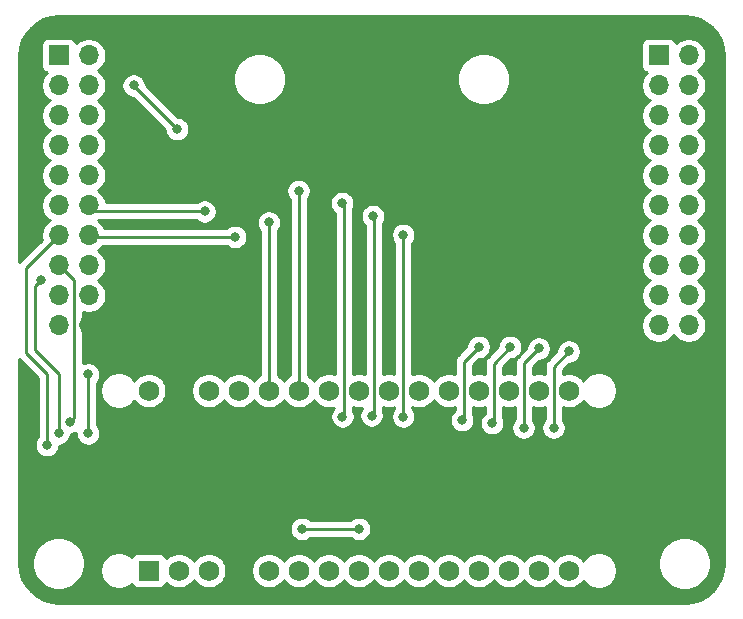
<source format=gbr>
%TF.GenerationSoftware,KiCad,Pcbnew,(5.1.6)-1*%
%TF.CreationDate,2020-06-17T00:45:16+01:00*%
%TF.ProjectId,Arduino_Nano_shield,41726475-696e-46f5-9f4e-616e6f5f7368,rev?*%
%TF.SameCoordinates,Original*%
%TF.FileFunction,Copper,L2,Bot*%
%TF.FilePolarity,Positive*%
%FSLAX46Y46*%
G04 Gerber Fmt 4.6, Leading zero omitted, Abs format (unit mm)*
G04 Created by KiCad (PCBNEW (5.1.6)-1) date 2020-06-17 00:45:16*
%MOMM*%
%LPD*%
G01*
G04 APERTURE LIST*
%TA.AperFunction,ComponentPad*%
%ADD10R,1.700000X1.700000*%
%TD*%
%TA.AperFunction,ComponentPad*%
%ADD11O,1.700000X1.700000*%
%TD*%
%TA.AperFunction,ComponentPad*%
%ADD12C,1.727200*%
%TD*%
%TA.AperFunction,ComponentPad*%
%ADD13R,1.727200X1.727200*%
%TD*%
%TA.AperFunction,ViaPad*%
%ADD14C,0.800000*%
%TD*%
%TA.AperFunction,Conductor*%
%ADD15C,0.250000*%
%TD*%
%TA.AperFunction,Conductor*%
%ADD16C,0.254000*%
%TD*%
G04 APERTURE END LIST*
D10*
%TO.P,J1,1*%
%TO.N,A0*%
X96520000Y-48260000D03*
D11*
%TO.P,J1,2*%
%TO.N,I_sense_2*%
X99060000Y-48260000D03*
%TO.P,J1,3*%
%TO.N,A1*%
X96520000Y-50800000D03*
%TO.P,J1,4*%
%TO.N,T_sense2*%
X99060000Y-50800000D03*
%TO.P,J1,5*%
%TO.N,A2*%
X96520000Y-53340000D03*
%TO.P,J1,6*%
%TO.N,+3V3*%
X99060000Y-53340000D03*
%TO.P,J1,7*%
%TO.N,A3*%
X96520000Y-55880000D03*
%TO.P,J1,8*%
%TO.N,SDA*%
X99060000Y-55880000D03*
%TO.P,J1,9*%
%TO.N,A4*%
X96520000Y-58420000D03*
%TO.P,J1,10*%
%TO.N,SCL*%
X99060000Y-58420000D03*
%TO.P,J1,11*%
%TO.N,D0*%
X96520000Y-60960000D03*
%TO.P,J1,12*%
%TO.N,I_sense_1*%
X99060000Y-60960000D03*
%TO.P,J1,13*%
%TO.N,D1*%
X96520000Y-63500000D03*
%TO.P,J1,14*%
%TO.N,T_sense1*%
X99060000Y-63500000D03*
%TO.P,J1,15*%
%TO.N,D2*%
X96520000Y-66040000D03*
%TO.P,J1,16*%
%TO.N,D3*%
X99060000Y-66040000D03*
%TO.P,J1,17*%
%TO.N,PWM0*%
X96520000Y-68580000D03*
%TO.P,J1,18*%
%TO.N,+5V*%
X99060000Y-68580000D03*
%TO.P,J1,19*%
%TO.N,PWM1*%
X96520000Y-71120000D03*
%TO.P,J1,20*%
%TO.N,GND*%
X99060000Y-71120000D03*
%TD*%
%TO.P,J2,20*%
%TO.N,Net-(J2-Pad20)*%
X149860000Y-71120000D03*
%TO.P,J2,19*%
%TO.N,D13*%
X147320000Y-71120000D03*
%TO.P,J2,18*%
%TO.N,Net-(J2-Pad18)*%
X149860000Y-68580000D03*
%TO.P,J2,17*%
%TO.N,D12*%
X147320000Y-68580000D03*
%TO.P,J2,16*%
%TO.N,Net-(J2-Pad16)*%
X149860000Y-66040000D03*
%TO.P,J2,15*%
%TO.N,PWM5*%
X147320000Y-66040000D03*
%TO.P,J2,14*%
%TO.N,Net-(J2-Pad14)*%
X149860000Y-63500000D03*
%TO.P,J2,13*%
%TO.N,PWM4*%
X147320000Y-63500000D03*
%TO.P,J2,12*%
%TO.N,Net-(J2-Pad12)*%
X149860000Y-60960000D03*
%TO.P,J2,11*%
%TO.N,PWM3*%
X147320000Y-60960000D03*
%TO.P,J2,10*%
%TO.N,Net-(J2-Pad10)*%
X149860000Y-58420000D03*
%TO.P,J2,9*%
%TO.N,D8*%
X147320000Y-58420000D03*
%TO.P,J2,8*%
%TO.N,Net-(J2-Pad8)*%
X149860000Y-55880000D03*
%TO.P,J2,7*%
%TO.N,D7*%
X147320000Y-55880000D03*
%TO.P,J2,6*%
%TO.N,Net-(J2-Pad6)*%
X149860000Y-53340000D03*
%TO.P,J2,5*%
%TO.N,PWM2*%
X147320000Y-53340000D03*
%TO.P,J2,4*%
%TO.N,Net-(J2-Pad4)*%
X149860000Y-50800000D03*
%TO.P,J2,3*%
%TO.N,D4*%
X147320000Y-50800000D03*
%TO.P,J2,2*%
%TO.N,Net-(J2-Pad2)*%
X149860000Y-48260000D03*
D10*
%TO.P,J2,1*%
%TO.N,Net-(J2-Pad1)*%
X147320000Y-48260000D03*
%TD*%
D12*
%TO.P,XA2,VIN*%
%TO.N,Net-(XA2-PadVIN)*%
X104150000Y-76640000D03*
%TO.P,XA2,GND2*%
%TO.N,GND*%
X106690000Y-76640000D03*
%TO.P,XA2,RST2*%
%TO.N,Net-(XA2-PadRST2)*%
X109230000Y-76640000D03*
%TO.P,XA2,5V*%
%TO.N,+5V*%
X111770000Y-76640000D03*
%TO.P,XA2,A7*%
%TO.N,T_sense2*%
X114310000Y-76640000D03*
%TO.P,XA2,A6*%
%TO.N,I_sense_2*%
X116850000Y-76640000D03*
%TO.P,XA2,A5*%
%TO.N,SCL*%
X119390000Y-76640000D03*
%TO.P,XA2,A4*%
%TO.N,SDA*%
X121930000Y-76640000D03*
%TO.P,XA2,A3*%
%TO.N,T_sense1*%
X124470000Y-76640000D03*
%TO.P,XA2,A2*%
%TO.N,I_sense_1*%
X127010000Y-76640000D03*
%TO.P,XA2,A1*%
%TO.N,A1*%
X129550000Y-76640000D03*
%TO.P,XA2,A0*%
%TO.N,A0*%
X132090000Y-76640000D03*
%TO.P,XA2,AREF*%
%TO.N,Net-(XA2-PadAREF)*%
X134630000Y-76640000D03*
%TO.P,XA2,3V3*%
%TO.N,+3V3*%
X137170000Y-76640000D03*
%TO.P,XA2,D13*%
%TO.N,D13*%
X139710000Y-76640000D03*
%TO.P,XA2,D12*%
%TO.N,D12*%
X139710000Y-91880000D03*
%TO.P,XA2,D11*%
%TO.N,PWM5*%
X137170000Y-91880000D03*
%TO.P,XA2,D10*%
%TO.N,PWM4*%
X134630000Y-91880000D03*
%TO.P,XA2,D9*%
%TO.N,PWM3*%
X132090000Y-91880000D03*
%TO.P,XA2,D8*%
%TO.N,D8*%
X129550000Y-91880000D03*
%TO.P,XA2,D7*%
%TO.N,D7*%
X127010000Y-91880000D03*
%TO.P,XA2,D6*%
%TO.N,PWM2*%
X124470000Y-91880000D03*
%TO.P,XA2,D5*%
%TO.N,PWM1*%
X121930000Y-91880000D03*
%TO.P,XA2,D4*%
%TO.N,D4*%
X119390000Y-91880000D03*
%TO.P,XA2,D3*%
%TO.N,PWM0*%
X116850000Y-91880000D03*
%TO.P,XA2,D2*%
%TO.N,D2*%
X114310000Y-91880000D03*
%TO.P,XA2,GND1*%
%TO.N,GND*%
X111770000Y-91880000D03*
%TO.P,XA2,RST1*%
%TO.N,Net-(XA2-PadRST1)*%
X109230000Y-91880000D03*
%TO.P,XA2,D0*%
%TO.N,D0*%
X106690000Y-91880000D03*
D13*
%TO.P,XA2,D1*%
%TO.N,D1*%
X104150000Y-91880000D03*
%TD*%
D14*
%TO.N,I_sense_2*%
X116833000Y-59716000D03*
%TO.N,T_sense2*%
X102863000Y-50800000D03*
X114310000Y-62400000D03*
X106546000Y-54509000D03*
%TO.N,D0*%
X95020000Y-67260000D03*
X96520000Y-80260000D03*
%TO.N,I_sense_1*%
X108882800Y-61468600D03*
%TO.N,D1*%
X95520000Y-81260000D03*
%TO.N,T_sense1*%
X111457600Y-63627600D03*
%TO.N,D2*%
X97520000Y-79260000D03*
%TO.N,PWM0*%
X99020000Y-80260000D03*
X99020000Y-75260000D03*
%TO.N,PWM1*%
X121930000Y-88350000D03*
X117110000Y-88350000D03*
%TO.N,PWM5*%
X138423000Y-79782000D03*
X139705700Y-73317700D03*
%TO.N,PWM4*%
X135883000Y-79782000D03*
X137165700Y-73063700D03*
%TO.N,PWM3*%
X133216000Y-79401000D03*
X134752700Y-72936700D03*
%TO.N,D8*%
X130676000Y-79147000D03*
X132085700Y-72936700D03*
%TO.N,D7*%
X125697600Y-78842200D03*
X125697600Y-63449800D03*
%TO.N,PWM2*%
X123020000Y-78760000D03*
X123118601Y-61858601D03*
%TO.N,D4*%
X120541400Y-78842200D03*
X120520000Y-60760000D03*
%TD*%
D15*
%TO.N,I_sense_2*%
X116850000Y-76640000D02*
X116850000Y-59733000D01*
%TO.N,T_sense2*%
X114310000Y-63050000D02*
X114310000Y-76640000D01*
X114310000Y-63050000D02*
X114310000Y-62400000D01*
X114310000Y-62400000D02*
X114310000Y-62400000D01*
X102863000Y-50826000D02*
X102863000Y-50800000D01*
X106546000Y-54509000D02*
X102863000Y-50826000D01*
%TO.N,D0*%
X96570000Y-75260000D02*
X94520000Y-73210000D01*
X94520000Y-73210000D02*
X94520000Y-67760000D01*
X94520000Y-67760000D02*
X95020000Y-67260000D01*
X96570000Y-80210000D02*
X96520000Y-80260000D01*
X96570000Y-75260000D02*
X96570000Y-80210000D01*
%TO.N,I_sense_1*%
X99568600Y-61468600D02*
X99060000Y-60960000D01*
X108882800Y-61468600D02*
X99568600Y-61468600D01*
%TO.N,D1*%
X93769800Y-66250200D02*
X96520000Y-63500000D01*
X95520000Y-81260000D02*
X95520000Y-75233000D01*
X93769800Y-73482800D02*
X93769800Y-66250200D01*
X95520000Y-75233000D02*
X93769800Y-73482800D01*
%TO.N,T_sense1*%
X99187600Y-63627600D02*
X99060000Y-63500000D01*
X111457600Y-63627600D02*
X99187600Y-63627600D01*
%TO.N,D2*%
X97783000Y-78997000D02*
X97520000Y-79260000D01*
X96520000Y-66040000D02*
X97783000Y-67303000D01*
X97783000Y-67303000D02*
X97783000Y-78997000D01*
%TO.N,PWM0*%
X99020000Y-80260000D02*
X99020000Y-75192200D01*
%TO.N,PWM1*%
X121930000Y-88350000D02*
X117110000Y-88350000D01*
X117110000Y-88350000D02*
X117110000Y-88350000D01*
%TO.N,PWM5*%
X146983400Y-66040000D02*
X147320000Y-66040000D01*
X138423000Y-79782000D02*
X138423000Y-74600400D01*
X138423000Y-74600400D02*
X139705700Y-73317700D01*
%TO.N,PWM4*%
X146729400Y-63500000D02*
X147320000Y-63500000D01*
X135908400Y-74321000D02*
X137165700Y-73063700D01*
X135883000Y-79782000D02*
X135908400Y-79756600D01*
X135908400Y-79756600D02*
X135908400Y-74321000D01*
%TO.N,PWM3*%
X146729400Y-60960000D02*
X147320000Y-60960000D01*
X133343000Y-74346400D02*
X134752700Y-72936700D01*
X133216000Y-79401000D02*
X133343000Y-79274000D01*
X133343000Y-79274000D02*
X133343000Y-74346400D01*
%TO.N,D8*%
X130828400Y-74194000D02*
X132085700Y-72936700D01*
X130676000Y-79147000D02*
X130828400Y-78994600D01*
X146602400Y-58420000D02*
X147320000Y-58420000D01*
X130828400Y-78994600D02*
X130828400Y-74194000D01*
%TO.N,D7*%
X125697600Y-78842200D02*
X125697600Y-63449800D01*
X125697600Y-63449800D02*
X125697600Y-63449800D01*
%TO.N,PWM2*%
X123118601Y-61858601D02*
X123118601Y-61858601D01*
X123183000Y-61923000D02*
X123118601Y-61858601D01*
X123020000Y-78760000D02*
X123183000Y-78597000D01*
X123183000Y-78597000D02*
X123183000Y-61923000D01*
%TO.N,D4*%
X120668400Y-78715200D02*
X120668400Y-60908400D01*
X120541400Y-78842200D02*
X120668400Y-78715200D01*
X120668400Y-60908400D02*
X120520000Y-60760000D01*
%TD*%
D16*
%TO.N,GND*%
G36*
X150168126Y-44986714D02*
G01*
X150791572Y-45174943D01*
X151366579Y-45480681D01*
X151871247Y-45892279D01*
X152286362Y-46394067D01*
X152596105Y-46966924D01*
X152788682Y-47589039D01*
X152860001Y-48267594D01*
X152860000Y-91227721D01*
X152793286Y-91908126D01*
X152605057Y-92531570D01*
X152299323Y-93106573D01*
X151887721Y-93611248D01*
X151385933Y-94026362D01*
X150813077Y-94336104D01*
X150190961Y-94528682D01*
X149512417Y-94600000D01*
X96552279Y-94600000D01*
X95871874Y-94533286D01*
X95248430Y-94345057D01*
X94673427Y-94039323D01*
X94168752Y-93627721D01*
X93753638Y-93125933D01*
X93443896Y-92553077D01*
X93251318Y-91930961D01*
X93180000Y-91252417D01*
X93180000Y-91039872D01*
X94285000Y-91039872D01*
X94285000Y-91480128D01*
X94370890Y-91911925D01*
X94539369Y-92318669D01*
X94783962Y-92684729D01*
X95095271Y-92996038D01*
X95461331Y-93240631D01*
X95868075Y-93409110D01*
X96299872Y-93495000D01*
X96740128Y-93495000D01*
X97171925Y-93409110D01*
X97578669Y-93240631D01*
X97944729Y-92996038D01*
X98256038Y-92684729D01*
X98500631Y-92318669D01*
X98669110Y-91911925D01*
X98706022Y-91726353D01*
X100050000Y-91726353D01*
X100050000Y-92033647D01*
X100109950Y-92335035D01*
X100227546Y-92618937D01*
X100398269Y-92874442D01*
X100615558Y-93091731D01*
X100871063Y-93262454D01*
X101154965Y-93380050D01*
X101456353Y-93440000D01*
X101763647Y-93440000D01*
X102065035Y-93380050D01*
X102348937Y-93262454D01*
X102604442Y-93091731D01*
X102700902Y-92995271D01*
X102755863Y-93098094D01*
X102835215Y-93194785D01*
X102931906Y-93274137D01*
X103042220Y-93333102D01*
X103161918Y-93369412D01*
X103286400Y-93381672D01*
X105013600Y-93381672D01*
X105138082Y-93369412D01*
X105257780Y-93333102D01*
X105368094Y-93274137D01*
X105464785Y-93194785D01*
X105544137Y-93098094D01*
X105603102Y-92987780D01*
X105620636Y-92929977D01*
X105734698Y-93044039D01*
X105980147Y-93208042D01*
X106252875Y-93321010D01*
X106542401Y-93378600D01*
X106837599Y-93378600D01*
X107127125Y-93321010D01*
X107399853Y-93208042D01*
X107645302Y-93044039D01*
X107854039Y-92835302D01*
X107960000Y-92676719D01*
X108065961Y-92835302D01*
X108274698Y-93044039D01*
X108520147Y-93208042D01*
X108792875Y-93321010D01*
X109082401Y-93378600D01*
X109377599Y-93378600D01*
X109667125Y-93321010D01*
X109939853Y-93208042D01*
X110185302Y-93044039D01*
X110394039Y-92835302D01*
X110558042Y-92589853D01*
X110671010Y-92317125D01*
X110728600Y-92027599D01*
X110728600Y-91732401D01*
X112811400Y-91732401D01*
X112811400Y-92027599D01*
X112868990Y-92317125D01*
X112981958Y-92589853D01*
X113145961Y-92835302D01*
X113354698Y-93044039D01*
X113600147Y-93208042D01*
X113872875Y-93321010D01*
X114162401Y-93378600D01*
X114457599Y-93378600D01*
X114747125Y-93321010D01*
X115019853Y-93208042D01*
X115265302Y-93044039D01*
X115474039Y-92835302D01*
X115580000Y-92676719D01*
X115685961Y-92835302D01*
X115894698Y-93044039D01*
X116140147Y-93208042D01*
X116412875Y-93321010D01*
X116702401Y-93378600D01*
X116997599Y-93378600D01*
X117287125Y-93321010D01*
X117559853Y-93208042D01*
X117805302Y-93044039D01*
X118014039Y-92835302D01*
X118120000Y-92676719D01*
X118225961Y-92835302D01*
X118434698Y-93044039D01*
X118680147Y-93208042D01*
X118952875Y-93321010D01*
X119242401Y-93378600D01*
X119537599Y-93378600D01*
X119827125Y-93321010D01*
X120099853Y-93208042D01*
X120345302Y-93044039D01*
X120554039Y-92835302D01*
X120660000Y-92676719D01*
X120765961Y-92835302D01*
X120974698Y-93044039D01*
X121220147Y-93208042D01*
X121492875Y-93321010D01*
X121782401Y-93378600D01*
X122077599Y-93378600D01*
X122367125Y-93321010D01*
X122639853Y-93208042D01*
X122885302Y-93044039D01*
X123094039Y-92835302D01*
X123200000Y-92676719D01*
X123305961Y-92835302D01*
X123514698Y-93044039D01*
X123760147Y-93208042D01*
X124032875Y-93321010D01*
X124322401Y-93378600D01*
X124617599Y-93378600D01*
X124907125Y-93321010D01*
X125179853Y-93208042D01*
X125425302Y-93044039D01*
X125634039Y-92835302D01*
X125740000Y-92676719D01*
X125845961Y-92835302D01*
X126054698Y-93044039D01*
X126300147Y-93208042D01*
X126572875Y-93321010D01*
X126862401Y-93378600D01*
X127157599Y-93378600D01*
X127447125Y-93321010D01*
X127719853Y-93208042D01*
X127965302Y-93044039D01*
X128174039Y-92835302D01*
X128280000Y-92676719D01*
X128385961Y-92835302D01*
X128594698Y-93044039D01*
X128840147Y-93208042D01*
X129112875Y-93321010D01*
X129402401Y-93378600D01*
X129697599Y-93378600D01*
X129987125Y-93321010D01*
X130259853Y-93208042D01*
X130505302Y-93044039D01*
X130714039Y-92835302D01*
X130820000Y-92676719D01*
X130925961Y-92835302D01*
X131134698Y-93044039D01*
X131380147Y-93208042D01*
X131652875Y-93321010D01*
X131942401Y-93378600D01*
X132237599Y-93378600D01*
X132527125Y-93321010D01*
X132799853Y-93208042D01*
X133045302Y-93044039D01*
X133254039Y-92835302D01*
X133360000Y-92676719D01*
X133465961Y-92835302D01*
X133674698Y-93044039D01*
X133920147Y-93208042D01*
X134192875Y-93321010D01*
X134482401Y-93378600D01*
X134777599Y-93378600D01*
X135067125Y-93321010D01*
X135339853Y-93208042D01*
X135585302Y-93044039D01*
X135794039Y-92835302D01*
X135900000Y-92676719D01*
X136005961Y-92835302D01*
X136214698Y-93044039D01*
X136460147Y-93208042D01*
X136732875Y-93321010D01*
X137022401Y-93378600D01*
X137317599Y-93378600D01*
X137607125Y-93321010D01*
X137879853Y-93208042D01*
X138125302Y-93044039D01*
X138334039Y-92835302D01*
X138440000Y-92676719D01*
X138545961Y-92835302D01*
X138754698Y-93044039D01*
X139000147Y-93208042D01*
X139272875Y-93321010D01*
X139562401Y-93378600D01*
X139857599Y-93378600D01*
X140147125Y-93321010D01*
X140419853Y-93208042D01*
X140665302Y-93044039D01*
X140874039Y-92835302D01*
X140943078Y-92731978D01*
X141038269Y-92874442D01*
X141255558Y-93091731D01*
X141511063Y-93262454D01*
X141794965Y-93380050D01*
X142096353Y-93440000D01*
X142403647Y-93440000D01*
X142705035Y-93380050D01*
X142988937Y-93262454D01*
X143244442Y-93091731D01*
X143461731Y-92874442D01*
X143632454Y-92618937D01*
X143750050Y-92335035D01*
X143810000Y-92033647D01*
X143810000Y-91726353D01*
X143750050Y-91424965D01*
X143632454Y-91141063D01*
X143564841Y-91039872D01*
X147285000Y-91039872D01*
X147285000Y-91480128D01*
X147370890Y-91911925D01*
X147539369Y-92318669D01*
X147783962Y-92684729D01*
X148095271Y-92996038D01*
X148461331Y-93240631D01*
X148868075Y-93409110D01*
X149299872Y-93495000D01*
X149740128Y-93495000D01*
X150171925Y-93409110D01*
X150578669Y-93240631D01*
X150944729Y-92996038D01*
X151256038Y-92684729D01*
X151500631Y-92318669D01*
X151669110Y-91911925D01*
X151755000Y-91480128D01*
X151755000Y-91039872D01*
X151669110Y-90608075D01*
X151500631Y-90201331D01*
X151256038Y-89835271D01*
X150944729Y-89523962D01*
X150578669Y-89279369D01*
X150171925Y-89110890D01*
X149740128Y-89025000D01*
X149299872Y-89025000D01*
X148868075Y-89110890D01*
X148461331Y-89279369D01*
X148095271Y-89523962D01*
X147783962Y-89835271D01*
X147539369Y-90201331D01*
X147370890Y-90608075D01*
X147285000Y-91039872D01*
X143564841Y-91039872D01*
X143461731Y-90885558D01*
X143244442Y-90668269D01*
X142988937Y-90497546D01*
X142705035Y-90379950D01*
X142403647Y-90320000D01*
X142096353Y-90320000D01*
X141794965Y-90379950D01*
X141511063Y-90497546D01*
X141255558Y-90668269D01*
X141038269Y-90885558D01*
X140943078Y-91028022D01*
X140874039Y-90924698D01*
X140665302Y-90715961D01*
X140419853Y-90551958D01*
X140147125Y-90438990D01*
X139857599Y-90381400D01*
X139562401Y-90381400D01*
X139272875Y-90438990D01*
X139000147Y-90551958D01*
X138754698Y-90715961D01*
X138545961Y-90924698D01*
X138440000Y-91083281D01*
X138334039Y-90924698D01*
X138125302Y-90715961D01*
X137879853Y-90551958D01*
X137607125Y-90438990D01*
X137317599Y-90381400D01*
X137022401Y-90381400D01*
X136732875Y-90438990D01*
X136460147Y-90551958D01*
X136214698Y-90715961D01*
X136005961Y-90924698D01*
X135900000Y-91083281D01*
X135794039Y-90924698D01*
X135585302Y-90715961D01*
X135339853Y-90551958D01*
X135067125Y-90438990D01*
X134777599Y-90381400D01*
X134482401Y-90381400D01*
X134192875Y-90438990D01*
X133920147Y-90551958D01*
X133674698Y-90715961D01*
X133465961Y-90924698D01*
X133360000Y-91083281D01*
X133254039Y-90924698D01*
X133045302Y-90715961D01*
X132799853Y-90551958D01*
X132527125Y-90438990D01*
X132237599Y-90381400D01*
X131942401Y-90381400D01*
X131652875Y-90438990D01*
X131380147Y-90551958D01*
X131134698Y-90715961D01*
X130925961Y-90924698D01*
X130820000Y-91083281D01*
X130714039Y-90924698D01*
X130505302Y-90715961D01*
X130259853Y-90551958D01*
X129987125Y-90438990D01*
X129697599Y-90381400D01*
X129402401Y-90381400D01*
X129112875Y-90438990D01*
X128840147Y-90551958D01*
X128594698Y-90715961D01*
X128385961Y-90924698D01*
X128280000Y-91083281D01*
X128174039Y-90924698D01*
X127965302Y-90715961D01*
X127719853Y-90551958D01*
X127447125Y-90438990D01*
X127157599Y-90381400D01*
X126862401Y-90381400D01*
X126572875Y-90438990D01*
X126300147Y-90551958D01*
X126054698Y-90715961D01*
X125845961Y-90924698D01*
X125740000Y-91083281D01*
X125634039Y-90924698D01*
X125425302Y-90715961D01*
X125179853Y-90551958D01*
X124907125Y-90438990D01*
X124617599Y-90381400D01*
X124322401Y-90381400D01*
X124032875Y-90438990D01*
X123760147Y-90551958D01*
X123514698Y-90715961D01*
X123305961Y-90924698D01*
X123200000Y-91083281D01*
X123094039Y-90924698D01*
X122885302Y-90715961D01*
X122639853Y-90551958D01*
X122367125Y-90438990D01*
X122077599Y-90381400D01*
X121782401Y-90381400D01*
X121492875Y-90438990D01*
X121220147Y-90551958D01*
X120974698Y-90715961D01*
X120765961Y-90924698D01*
X120660000Y-91083281D01*
X120554039Y-90924698D01*
X120345302Y-90715961D01*
X120099853Y-90551958D01*
X119827125Y-90438990D01*
X119537599Y-90381400D01*
X119242401Y-90381400D01*
X118952875Y-90438990D01*
X118680147Y-90551958D01*
X118434698Y-90715961D01*
X118225961Y-90924698D01*
X118120000Y-91083281D01*
X118014039Y-90924698D01*
X117805302Y-90715961D01*
X117559853Y-90551958D01*
X117287125Y-90438990D01*
X116997599Y-90381400D01*
X116702401Y-90381400D01*
X116412875Y-90438990D01*
X116140147Y-90551958D01*
X115894698Y-90715961D01*
X115685961Y-90924698D01*
X115580000Y-91083281D01*
X115474039Y-90924698D01*
X115265302Y-90715961D01*
X115019853Y-90551958D01*
X114747125Y-90438990D01*
X114457599Y-90381400D01*
X114162401Y-90381400D01*
X113872875Y-90438990D01*
X113600147Y-90551958D01*
X113354698Y-90715961D01*
X113145961Y-90924698D01*
X112981958Y-91170147D01*
X112868990Y-91442875D01*
X112811400Y-91732401D01*
X110728600Y-91732401D01*
X110671010Y-91442875D01*
X110558042Y-91170147D01*
X110394039Y-90924698D01*
X110185302Y-90715961D01*
X109939853Y-90551958D01*
X109667125Y-90438990D01*
X109377599Y-90381400D01*
X109082401Y-90381400D01*
X108792875Y-90438990D01*
X108520147Y-90551958D01*
X108274698Y-90715961D01*
X108065961Y-90924698D01*
X107960000Y-91083281D01*
X107854039Y-90924698D01*
X107645302Y-90715961D01*
X107399853Y-90551958D01*
X107127125Y-90438990D01*
X106837599Y-90381400D01*
X106542401Y-90381400D01*
X106252875Y-90438990D01*
X105980147Y-90551958D01*
X105734698Y-90715961D01*
X105620636Y-90830023D01*
X105603102Y-90772220D01*
X105544137Y-90661906D01*
X105464785Y-90565215D01*
X105368094Y-90485863D01*
X105257780Y-90426898D01*
X105138082Y-90390588D01*
X105013600Y-90378328D01*
X103286400Y-90378328D01*
X103161918Y-90390588D01*
X103042220Y-90426898D01*
X102931906Y-90485863D01*
X102835215Y-90565215D01*
X102755863Y-90661906D01*
X102700902Y-90764729D01*
X102604442Y-90668269D01*
X102348937Y-90497546D01*
X102065035Y-90379950D01*
X101763647Y-90320000D01*
X101456353Y-90320000D01*
X101154965Y-90379950D01*
X100871063Y-90497546D01*
X100615558Y-90668269D01*
X100398269Y-90885558D01*
X100227546Y-91141063D01*
X100109950Y-91424965D01*
X100050000Y-91726353D01*
X98706022Y-91726353D01*
X98755000Y-91480128D01*
X98755000Y-91039872D01*
X98669110Y-90608075D01*
X98500631Y-90201331D01*
X98256038Y-89835271D01*
X97944729Y-89523962D01*
X97578669Y-89279369D01*
X97171925Y-89110890D01*
X96740128Y-89025000D01*
X96299872Y-89025000D01*
X95868075Y-89110890D01*
X95461331Y-89279369D01*
X95095271Y-89523962D01*
X94783962Y-89835271D01*
X94539369Y-90201331D01*
X94370890Y-90608075D01*
X94285000Y-91039872D01*
X93180000Y-91039872D01*
X93180000Y-88248061D01*
X116075000Y-88248061D01*
X116075000Y-88451939D01*
X116114774Y-88651898D01*
X116192795Y-88840256D01*
X116306063Y-89009774D01*
X116450226Y-89153937D01*
X116619744Y-89267205D01*
X116808102Y-89345226D01*
X117008061Y-89385000D01*
X117211939Y-89385000D01*
X117411898Y-89345226D01*
X117600256Y-89267205D01*
X117769774Y-89153937D01*
X117813711Y-89110000D01*
X121226289Y-89110000D01*
X121270226Y-89153937D01*
X121439744Y-89267205D01*
X121628102Y-89345226D01*
X121828061Y-89385000D01*
X122031939Y-89385000D01*
X122231898Y-89345226D01*
X122420256Y-89267205D01*
X122589774Y-89153937D01*
X122733937Y-89009774D01*
X122847205Y-88840256D01*
X122925226Y-88651898D01*
X122965000Y-88451939D01*
X122965000Y-88248061D01*
X122925226Y-88048102D01*
X122847205Y-87859744D01*
X122733937Y-87690226D01*
X122589774Y-87546063D01*
X122420256Y-87432795D01*
X122231898Y-87354774D01*
X122031939Y-87315000D01*
X121828061Y-87315000D01*
X121628102Y-87354774D01*
X121439744Y-87432795D01*
X121270226Y-87546063D01*
X121226289Y-87590000D01*
X117813711Y-87590000D01*
X117769774Y-87546063D01*
X117600256Y-87432795D01*
X117411898Y-87354774D01*
X117211939Y-87315000D01*
X117008061Y-87315000D01*
X116808102Y-87354774D01*
X116619744Y-87432795D01*
X116450226Y-87546063D01*
X116306063Y-87690226D01*
X116192795Y-87859744D01*
X116114774Y-88048102D01*
X116075000Y-88248061D01*
X93180000Y-88248061D01*
X93180000Y-73962120D01*
X93229799Y-74022801D01*
X93258803Y-74046604D01*
X94760001Y-75547803D01*
X94760000Y-80556289D01*
X94716063Y-80600226D01*
X94602795Y-80769744D01*
X94524774Y-80958102D01*
X94485000Y-81158061D01*
X94485000Y-81361939D01*
X94524774Y-81561898D01*
X94602795Y-81750256D01*
X94716063Y-81919774D01*
X94860226Y-82063937D01*
X95029744Y-82177205D01*
X95218102Y-82255226D01*
X95418061Y-82295000D01*
X95621939Y-82295000D01*
X95821898Y-82255226D01*
X96010256Y-82177205D01*
X96179774Y-82063937D01*
X96323937Y-81919774D01*
X96437205Y-81750256D01*
X96515226Y-81561898D01*
X96555000Y-81361939D01*
X96555000Y-81295000D01*
X96621939Y-81295000D01*
X96821898Y-81255226D01*
X97010256Y-81177205D01*
X97179774Y-81063937D01*
X97323937Y-80919774D01*
X97437205Y-80750256D01*
X97515226Y-80561898D01*
X97555000Y-80361939D01*
X97555000Y-80295000D01*
X97621939Y-80295000D01*
X97821898Y-80255226D01*
X97985000Y-80187666D01*
X97985000Y-80361939D01*
X98024774Y-80561898D01*
X98102795Y-80750256D01*
X98216063Y-80919774D01*
X98360226Y-81063937D01*
X98529744Y-81177205D01*
X98718102Y-81255226D01*
X98918061Y-81295000D01*
X99121939Y-81295000D01*
X99321898Y-81255226D01*
X99510256Y-81177205D01*
X99679774Y-81063937D01*
X99823937Y-80919774D01*
X99937205Y-80750256D01*
X100015226Y-80561898D01*
X100055000Y-80361939D01*
X100055000Y-80158061D01*
X100015226Y-79958102D01*
X99937205Y-79769744D01*
X99823937Y-79600226D01*
X99780000Y-79556289D01*
X99780000Y-76486353D01*
X100050000Y-76486353D01*
X100050000Y-76793647D01*
X100109950Y-77095035D01*
X100227546Y-77378937D01*
X100398269Y-77634442D01*
X100615558Y-77851731D01*
X100871063Y-78022454D01*
X101154965Y-78140050D01*
X101456353Y-78200000D01*
X101763647Y-78200000D01*
X102065035Y-78140050D01*
X102348937Y-78022454D01*
X102604442Y-77851731D01*
X102821731Y-77634442D01*
X102916922Y-77491978D01*
X102985961Y-77595302D01*
X103194698Y-77804039D01*
X103440147Y-77968042D01*
X103712875Y-78081010D01*
X104002401Y-78138600D01*
X104297599Y-78138600D01*
X104587125Y-78081010D01*
X104859853Y-77968042D01*
X105105302Y-77804039D01*
X105314039Y-77595302D01*
X105478042Y-77349853D01*
X105591010Y-77077125D01*
X105648600Y-76787599D01*
X105648600Y-76492401D01*
X107731400Y-76492401D01*
X107731400Y-76787599D01*
X107788990Y-77077125D01*
X107901958Y-77349853D01*
X108065961Y-77595302D01*
X108274698Y-77804039D01*
X108520147Y-77968042D01*
X108792875Y-78081010D01*
X109082401Y-78138600D01*
X109377599Y-78138600D01*
X109667125Y-78081010D01*
X109939853Y-77968042D01*
X110185302Y-77804039D01*
X110394039Y-77595302D01*
X110500000Y-77436719D01*
X110605961Y-77595302D01*
X110814698Y-77804039D01*
X111060147Y-77968042D01*
X111332875Y-78081010D01*
X111622401Y-78138600D01*
X111917599Y-78138600D01*
X112207125Y-78081010D01*
X112479853Y-77968042D01*
X112725302Y-77804039D01*
X112934039Y-77595302D01*
X113040000Y-77436719D01*
X113145961Y-77595302D01*
X113354698Y-77804039D01*
X113600147Y-77968042D01*
X113872875Y-78081010D01*
X114162401Y-78138600D01*
X114457599Y-78138600D01*
X114747125Y-78081010D01*
X115019853Y-77968042D01*
X115265302Y-77804039D01*
X115474039Y-77595302D01*
X115580000Y-77436719D01*
X115685961Y-77595302D01*
X115894698Y-77804039D01*
X116140147Y-77968042D01*
X116412875Y-78081010D01*
X116702401Y-78138600D01*
X116997599Y-78138600D01*
X117287125Y-78081010D01*
X117559853Y-77968042D01*
X117805302Y-77804039D01*
X118014039Y-77595302D01*
X118120000Y-77436719D01*
X118225961Y-77595302D01*
X118434698Y-77804039D01*
X118680147Y-77968042D01*
X118952875Y-78081010D01*
X119242401Y-78138600D01*
X119537599Y-78138600D01*
X119827125Y-78081010D01*
X119847190Y-78072699D01*
X119737463Y-78182426D01*
X119624195Y-78351944D01*
X119546174Y-78540302D01*
X119506400Y-78740261D01*
X119506400Y-78944139D01*
X119546174Y-79144098D01*
X119624195Y-79332456D01*
X119737463Y-79501974D01*
X119881626Y-79646137D01*
X120051144Y-79759405D01*
X120239502Y-79837426D01*
X120439461Y-79877200D01*
X120643339Y-79877200D01*
X120843298Y-79837426D01*
X121031656Y-79759405D01*
X121201174Y-79646137D01*
X121345337Y-79501974D01*
X121458605Y-79332456D01*
X121536626Y-79144098D01*
X121576400Y-78944139D01*
X121576400Y-78740261D01*
X121536626Y-78540302D01*
X121458605Y-78351944D01*
X121428400Y-78306739D01*
X121428400Y-78054303D01*
X121492875Y-78081010D01*
X121782401Y-78138600D01*
X122077599Y-78138600D01*
X122207716Y-78112718D01*
X122102795Y-78269744D01*
X122024774Y-78458102D01*
X121985000Y-78658061D01*
X121985000Y-78861939D01*
X122024774Y-79061898D01*
X122102795Y-79250256D01*
X122216063Y-79419774D01*
X122360226Y-79563937D01*
X122529744Y-79677205D01*
X122718102Y-79755226D01*
X122918061Y-79795000D01*
X123121939Y-79795000D01*
X123321898Y-79755226D01*
X123510256Y-79677205D01*
X123679774Y-79563937D01*
X123823937Y-79419774D01*
X123937205Y-79250256D01*
X124015226Y-79061898D01*
X124055000Y-78861939D01*
X124055000Y-78658061D01*
X124015226Y-78458102D01*
X123943000Y-78283734D01*
X123943000Y-78043782D01*
X124032875Y-78081010D01*
X124322401Y-78138600D01*
X124617599Y-78138600D01*
X124907125Y-78081010D01*
X124937600Y-78068387D01*
X124937600Y-78138489D01*
X124893663Y-78182426D01*
X124780395Y-78351944D01*
X124702374Y-78540302D01*
X124662600Y-78740261D01*
X124662600Y-78944139D01*
X124702374Y-79144098D01*
X124780395Y-79332456D01*
X124893663Y-79501974D01*
X125037826Y-79646137D01*
X125207344Y-79759405D01*
X125395702Y-79837426D01*
X125595661Y-79877200D01*
X125799539Y-79877200D01*
X125999498Y-79837426D01*
X126187856Y-79759405D01*
X126357374Y-79646137D01*
X126501537Y-79501974D01*
X126614805Y-79332456D01*
X126692826Y-79144098D01*
X126732600Y-78944139D01*
X126732600Y-78740261D01*
X126692826Y-78540302D01*
X126614805Y-78351944D01*
X126501537Y-78182426D01*
X126457600Y-78138489D01*
X126457600Y-78033261D01*
X126572875Y-78081010D01*
X126862401Y-78138600D01*
X127157599Y-78138600D01*
X127447125Y-78081010D01*
X127719853Y-77968042D01*
X127965302Y-77804039D01*
X128174039Y-77595302D01*
X128280000Y-77436719D01*
X128385961Y-77595302D01*
X128594698Y-77804039D01*
X128840147Y-77968042D01*
X129112875Y-78081010D01*
X129402401Y-78138600D01*
X129697599Y-78138600D01*
X129987125Y-78081010D01*
X130068400Y-78047345D01*
X130068400Y-78308201D01*
X130016226Y-78343063D01*
X129872063Y-78487226D01*
X129758795Y-78656744D01*
X129680774Y-78845102D01*
X129641000Y-79045061D01*
X129641000Y-79248939D01*
X129680774Y-79448898D01*
X129758795Y-79637256D01*
X129872063Y-79806774D01*
X130016226Y-79950937D01*
X130185744Y-80064205D01*
X130374102Y-80142226D01*
X130574061Y-80182000D01*
X130777939Y-80182000D01*
X130977898Y-80142226D01*
X131166256Y-80064205D01*
X131335774Y-79950937D01*
X131479937Y-79806774D01*
X131593205Y-79637256D01*
X131671226Y-79448898D01*
X131711000Y-79248939D01*
X131711000Y-79045061D01*
X131671226Y-78845102D01*
X131593205Y-78656744D01*
X131588400Y-78649553D01*
X131588400Y-78054303D01*
X131652875Y-78081010D01*
X131942401Y-78138600D01*
X132237599Y-78138600D01*
X132527125Y-78081010D01*
X132583000Y-78057866D01*
X132583000Y-78579173D01*
X132556226Y-78597063D01*
X132412063Y-78741226D01*
X132298795Y-78910744D01*
X132220774Y-79099102D01*
X132181000Y-79299061D01*
X132181000Y-79502939D01*
X132220774Y-79702898D01*
X132298795Y-79891256D01*
X132412063Y-80060774D01*
X132556226Y-80204937D01*
X132725744Y-80318205D01*
X132914102Y-80396226D01*
X133114061Y-80436000D01*
X133317939Y-80436000D01*
X133517898Y-80396226D01*
X133706256Y-80318205D01*
X133875774Y-80204937D01*
X134019937Y-80060774D01*
X134133205Y-79891256D01*
X134211226Y-79702898D01*
X134251000Y-79502939D01*
X134251000Y-79299061D01*
X134211226Y-79099102D01*
X134133205Y-78910744D01*
X134103000Y-78865539D01*
X134103000Y-78043782D01*
X134192875Y-78081010D01*
X134482401Y-78138600D01*
X134777599Y-78138600D01*
X135067125Y-78081010D01*
X135148400Y-78047345D01*
X135148400Y-79052889D01*
X135079063Y-79122226D01*
X134965795Y-79291744D01*
X134887774Y-79480102D01*
X134848000Y-79680061D01*
X134848000Y-79883939D01*
X134887774Y-80083898D01*
X134965795Y-80272256D01*
X135079063Y-80441774D01*
X135223226Y-80585937D01*
X135392744Y-80699205D01*
X135581102Y-80777226D01*
X135781061Y-80817000D01*
X135984939Y-80817000D01*
X136184898Y-80777226D01*
X136373256Y-80699205D01*
X136542774Y-80585937D01*
X136686937Y-80441774D01*
X136800205Y-80272256D01*
X136878226Y-80083898D01*
X136918000Y-79883939D01*
X136918000Y-79680061D01*
X136878226Y-79480102D01*
X136800205Y-79291744D01*
X136686937Y-79122226D01*
X136668400Y-79103689D01*
X136668400Y-78054303D01*
X136732875Y-78081010D01*
X137022401Y-78138600D01*
X137317599Y-78138600D01*
X137607125Y-78081010D01*
X137663000Y-78057866D01*
X137663000Y-79078289D01*
X137619063Y-79122226D01*
X137505795Y-79291744D01*
X137427774Y-79480102D01*
X137388000Y-79680061D01*
X137388000Y-79883939D01*
X137427774Y-80083898D01*
X137505795Y-80272256D01*
X137619063Y-80441774D01*
X137763226Y-80585937D01*
X137932744Y-80699205D01*
X138121102Y-80777226D01*
X138321061Y-80817000D01*
X138524939Y-80817000D01*
X138724898Y-80777226D01*
X138913256Y-80699205D01*
X139082774Y-80585937D01*
X139226937Y-80441774D01*
X139340205Y-80272256D01*
X139418226Y-80083898D01*
X139458000Y-79883939D01*
X139458000Y-79680061D01*
X139418226Y-79480102D01*
X139340205Y-79291744D01*
X139226937Y-79122226D01*
X139183000Y-79078289D01*
X139183000Y-78043782D01*
X139272875Y-78081010D01*
X139562401Y-78138600D01*
X139857599Y-78138600D01*
X140147125Y-78081010D01*
X140419853Y-77968042D01*
X140665302Y-77804039D01*
X140874039Y-77595302D01*
X140943078Y-77491978D01*
X141038269Y-77634442D01*
X141255558Y-77851731D01*
X141511063Y-78022454D01*
X141794965Y-78140050D01*
X142096353Y-78200000D01*
X142403647Y-78200000D01*
X142705035Y-78140050D01*
X142988937Y-78022454D01*
X143244442Y-77851731D01*
X143461731Y-77634442D01*
X143632454Y-77378937D01*
X143750050Y-77095035D01*
X143810000Y-76793647D01*
X143810000Y-76486353D01*
X143750050Y-76184965D01*
X143632454Y-75901063D01*
X143461731Y-75645558D01*
X143244442Y-75428269D01*
X142988937Y-75257546D01*
X142705035Y-75139950D01*
X142403647Y-75080000D01*
X142096353Y-75080000D01*
X141794965Y-75139950D01*
X141511063Y-75257546D01*
X141255558Y-75428269D01*
X141038269Y-75645558D01*
X140943078Y-75788022D01*
X140874039Y-75684698D01*
X140665302Y-75475961D01*
X140419853Y-75311958D01*
X140147125Y-75198990D01*
X139857599Y-75141400D01*
X139562401Y-75141400D01*
X139272875Y-75198990D01*
X139183000Y-75236218D01*
X139183000Y-74915201D01*
X139745502Y-74352700D01*
X139807639Y-74352700D01*
X140007598Y-74312926D01*
X140195956Y-74234905D01*
X140365474Y-74121637D01*
X140509637Y-73977474D01*
X140622905Y-73807956D01*
X140700926Y-73619598D01*
X140740700Y-73419639D01*
X140740700Y-73215761D01*
X140700926Y-73015802D01*
X140622905Y-72827444D01*
X140509637Y-72657926D01*
X140365474Y-72513763D01*
X140195956Y-72400495D01*
X140007598Y-72322474D01*
X139807639Y-72282700D01*
X139603761Y-72282700D01*
X139403802Y-72322474D01*
X139215444Y-72400495D01*
X139045926Y-72513763D01*
X138901763Y-72657926D01*
X138788495Y-72827444D01*
X138710474Y-73015802D01*
X138670700Y-73215761D01*
X138670700Y-73277898D01*
X137911998Y-74036601D01*
X137883000Y-74060399D01*
X137859202Y-74089397D01*
X137859201Y-74089398D01*
X137788026Y-74176124D01*
X137717454Y-74308154D01*
X137673998Y-74451415D01*
X137659324Y-74600400D01*
X137663001Y-74637732D01*
X137663001Y-75222135D01*
X137607125Y-75198990D01*
X137317599Y-75141400D01*
X137022401Y-75141400D01*
X136732875Y-75198990D01*
X136668400Y-75225697D01*
X136668400Y-74635801D01*
X137205502Y-74098700D01*
X137267639Y-74098700D01*
X137467598Y-74058926D01*
X137655956Y-73980905D01*
X137825474Y-73867637D01*
X137969637Y-73723474D01*
X138082905Y-73553956D01*
X138160926Y-73365598D01*
X138200700Y-73165639D01*
X138200700Y-72961761D01*
X138160926Y-72761802D01*
X138082905Y-72573444D01*
X137969637Y-72403926D01*
X137825474Y-72259763D01*
X137655956Y-72146495D01*
X137467598Y-72068474D01*
X137267639Y-72028700D01*
X137063761Y-72028700D01*
X136863802Y-72068474D01*
X136675444Y-72146495D01*
X136505926Y-72259763D01*
X136361763Y-72403926D01*
X136248495Y-72573444D01*
X136170474Y-72761802D01*
X136130700Y-72961761D01*
X136130700Y-73023898D01*
X135397398Y-73757201D01*
X135368400Y-73780999D01*
X135344602Y-73809997D01*
X135344601Y-73809998D01*
X135273426Y-73896724D01*
X135202854Y-74028754D01*
X135193702Y-74058926D01*
X135159398Y-74172014D01*
X135157233Y-74194000D01*
X135144724Y-74321000D01*
X135148401Y-74358332D01*
X135148401Y-75232656D01*
X135067125Y-75198990D01*
X134777599Y-75141400D01*
X134482401Y-75141400D01*
X134192875Y-75198990D01*
X134103000Y-75236218D01*
X134103000Y-74661201D01*
X134792502Y-73971700D01*
X134854639Y-73971700D01*
X135054598Y-73931926D01*
X135242956Y-73853905D01*
X135412474Y-73740637D01*
X135556637Y-73596474D01*
X135669905Y-73426956D01*
X135747926Y-73238598D01*
X135787700Y-73038639D01*
X135787700Y-72834761D01*
X135747926Y-72634802D01*
X135669905Y-72446444D01*
X135556637Y-72276926D01*
X135412474Y-72132763D01*
X135242956Y-72019495D01*
X135054598Y-71941474D01*
X134854639Y-71901700D01*
X134650761Y-71901700D01*
X134450802Y-71941474D01*
X134262444Y-72019495D01*
X134092926Y-72132763D01*
X133948763Y-72276926D01*
X133835495Y-72446444D01*
X133757474Y-72634802D01*
X133717700Y-72834761D01*
X133717700Y-72896898D01*
X132831998Y-73782601D01*
X132803000Y-73806399D01*
X132779202Y-73835397D01*
X132779201Y-73835398D01*
X132708026Y-73922124D01*
X132637454Y-74054154D01*
X132593998Y-74197415D01*
X132579324Y-74346400D01*
X132583001Y-74383732D01*
X132583001Y-75222135D01*
X132527125Y-75198990D01*
X132237599Y-75141400D01*
X131942401Y-75141400D01*
X131652875Y-75198990D01*
X131588400Y-75225697D01*
X131588400Y-74508801D01*
X132125502Y-73971700D01*
X132187639Y-73971700D01*
X132387598Y-73931926D01*
X132575956Y-73853905D01*
X132745474Y-73740637D01*
X132889637Y-73596474D01*
X133002905Y-73426956D01*
X133080926Y-73238598D01*
X133120700Y-73038639D01*
X133120700Y-72834761D01*
X133080926Y-72634802D01*
X133002905Y-72446444D01*
X132889637Y-72276926D01*
X132745474Y-72132763D01*
X132575956Y-72019495D01*
X132387598Y-71941474D01*
X132187639Y-71901700D01*
X131983761Y-71901700D01*
X131783802Y-71941474D01*
X131595444Y-72019495D01*
X131425926Y-72132763D01*
X131281763Y-72276926D01*
X131168495Y-72446444D01*
X131090474Y-72634802D01*
X131050700Y-72834761D01*
X131050700Y-72896898D01*
X130317398Y-73630201D01*
X130288400Y-73653999D01*
X130264602Y-73682997D01*
X130264601Y-73682998D01*
X130193426Y-73769724D01*
X130122854Y-73901754D01*
X130103540Y-73965426D01*
X130084331Y-74028754D01*
X130079398Y-74045015D01*
X130064724Y-74194000D01*
X130068401Y-74231332D01*
X130068401Y-75232656D01*
X129987125Y-75198990D01*
X129697599Y-75141400D01*
X129402401Y-75141400D01*
X129112875Y-75198990D01*
X128840147Y-75311958D01*
X128594698Y-75475961D01*
X128385961Y-75684698D01*
X128280000Y-75843281D01*
X128174039Y-75684698D01*
X127965302Y-75475961D01*
X127719853Y-75311958D01*
X127447125Y-75198990D01*
X127157599Y-75141400D01*
X126862401Y-75141400D01*
X126572875Y-75198990D01*
X126457600Y-75246739D01*
X126457600Y-64153511D01*
X126501537Y-64109574D01*
X126614805Y-63940056D01*
X126692826Y-63751698D01*
X126732600Y-63551739D01*
X126732600Y-63347861D01*
X126692826Y-63147902D01*
X126614805Y-62959544D01*
X126501537Y-62790026D01*
X126357374Y-62645863D01*
X126187856Y-62532595D01*
X125999498Y-62454574D01*
X125799539Y-62414800D01*
X125595661Y-62414800D01*
X125395702Y-62454574D01*
X125207344Y-62532595D01*
X125037826Y-62645863D01*
X124893663Y-62790026D01*
X124780395Y-62959544D01*
X124702374Y-63147902D01*
X124662600Y-63347861D01*
X124662600Y-63551739D01*
X124702374Y-63751698D01*
X124780395Y-63940056D01*
X124893663Y-64109574D01*
X124937601Y-64153512D01*
X124937600Y-75211613D01*
X124907125Y-75198990D01*
X124617599Y-75141400D01*
X124322401Y-75141400D01*
X124032875Y-75198990D01*
X123943000Y-75236218D01*
X123943000Y-62487751D01*
X124035806Y-62348857D01*
X124113827Y-62160499D01*
X124153601Y-61960540D01*
X124153601Y-61756662D01*
X124113827Y-61556703D01*
X124035806Y-61368345D01*
X123922538Y-61198827D01*
X123778375Y-61054664D01*
X123608857Y-60941396D01*
X123420499Y-60863375D01*
X123220540Y-60823601D01*
X123016662Y-60823601D01*
X122816703Y-60863375D01*
X122628345Y-60941396D01*
X122458827Y-61054664D01*
X122314664Y-61198827D01*
X122201396Y-61368345D01*
X122123375Y-61556703D01*
X122083601Y-61756662D01*
X122083601Y-61960540D01*
X122123375Y-62160499D01*
X122201396Y-62348857D01*
X122314664Y-62518375D01*
X122423001Y-62626712D01*
X122423000Y-75222134D01*
X122367125Y-75198990D01*
X122077599Y-75141400D01*
X121782401Y-75141400D01*
X121492875Y-75198990D01*
X121428400Y-75225697D01*
X121428400Y-61263434D01*
X121437205Y-61250256D01*
X121515226Y-61061898D01*
X121555000Y-60861939D01*
X121555000Y-60658061D01*
X121515226Y-60458102D01*
X121437205Y-60269744D01*
X121323937Y-60100226D01*
X121179774Y-59956063D01*
X121010256Y-59842795D01*
X120821898Y-59764774D01*
X120621939Y-59725000D01*
X120418061Y-59725000D01*
X120218102Y-59764774D01*
X120029744Y-59842795D01*
X119860226Y-59956063D01*
X119716063Y-60100226D01*
X119602795Y-60269744D01*
X119524774Y-60458102D01*
X119485000Y-60658061D01*
X119485000Y-60861939D01*
X119524774Y-61061898D01*
X119602795Y-61250256D01*
X119716063Y-61419774D01*
X119860226Y-61563937D01*
X119908401Y-61596126D01*
X119908400Y-75232655D01*
X119827125Y-75198990D01*
X119537599Y-75141400D01*
X119242401Y-75141400D01*
X118952875Y-75198990D01*
X118680147Y-75311958D01*
X118434698Y-75475961D01*
X118225961Y-75684698D01*
X118120000Y-75843281D01*
X118014039Y-75684698D01*
X117805302Y-75475961D01*
X117610000Y-75345465D01*
X117610000Y-60402711D01*
X117636937Y-60375774D01*
X117750205Y-60206256D01*
X117828226Y-60017898D01*
X117868000Y-59817939D01*
X117868000Y-59614061D01*
X117828226Y-59414102D01*
X117750205Y-59225744D01*
X117636937Y-59056226D01*
X117492774Y-58912063D01*
X117323256Y-58798795D01*
X117134898Y-58720774D01*
X116934939Y-58681000D01*
X116731061Y-58681000D01*
X116531102Y-58720774D01*
X116342744Y-58798795D01*
X116173226Y-58912063D01*
X116029063Y-59056226D01*
X115915795Y-59225744D01*
X115837774Y-59414102D01*
X115798000Y-59614061D01*
X115798000Y-59817939D01*
X115837774Y-60017898D01*
X115915795Y-60206256D01*
X116029063Y-60375774D01*
X116090001Y-60436712D01*
X116090000Y-75345465D01*
X115894698Y-75475961D01*
X115685961Y-75684698D01*
X115580000Y-75843281D01*
X115474039Y-75684698D01*
X115265302Y-75475961D01*
X115070000Y-75345465D01*
X115070000Y-63103711D01*
X115113937Y-63059774D01*
X115227205Y-62890256D01*
X115305226Y-62701898D01*
X115345000Y-62501939D01*
X115345000Y-62298061D01*
X115305226Y-62098102D01*
X115227205Y-61909744D01*
X115113937Y-61740226D01*
X114969774Y-61596063D01*
X114800256Y-61482795D01*
X114611898Y-61404774D01*
X114411939Y-61365000D01*
X114208061Y-61365000D01*
X114008102Y-61404774D01*
X113819744Y-61482795D01*
X113650226Y-61596063D01*
X113506063Y-61740226D01*
X113392795Y-61909744D01*
X113314774Y-62098102D01*
X113275000Y-62298061D01*
X113275000Y-62501939D01*
X113314774Y-62701898D01*
X113392795Y-62890256D01*
X113506063Y-63059774D01*
X113550000Y-63103711D01*
X113550001Y-75345464D01*
X113354698Y-75475961D01*
X113145961Y-75684698D01*
X113040000Y-75843281D01*
X112934039Y-75684698D01*
X112725302Y-75475961D01*
X112479853Y-75311958D01*
X112207125Y-75198990D01*
X111917599Y-75141400D01*
X111622401Y-75141400D01*
X111332875Y-75198990D01*
X111060147Y-75311958D01*
X110814698Y-75475961D01*
X110605961Y-75684698D01*
X110500000Y-75843281D01*
X110394039Y-75684698D01*
X110185302Y-75475961D01*
X109939853Y-75311958D01*
X109667125Y-75198990D01*
X109377599Y-75141400D01*
X109082401Y-75141400D01*
X108792875Y-75198990D01*
X108520147Y-75311958D01*
X108274698Y-75475961D01*
X108065961Y-75684698D01*
X107901958Y-75930147D01*
X107788990Y-76202875D01*
X107731400Y-76492401D01*
X105648600Y-76492401D01*
X105591010Y-76202875D01*
X105478042Y-75930147D01*
X105314039Y-75684698D01*
X105105302Y-75475961D01*
X104859853Y-75311958D01*
X104587125Y-75198990D01*
X104297599Y-75141400D01*
X104002401Y-75141400D01*
X103712875Y-75198990D01*
X103440147Y-75311958D01*
X103194698Y-75475961D01*
X102985961Y-75684698D01*
X102916922Y-75788022D01*
X102821731Y-75645558D01*
X102604442Y-75428269D01*
X102348937Y-75257546D01*
X102065035Y-75139950D01*
X101763647Y-75080000D01*
X101456353Y-75080000D01*
X101154965Y-75139950D01*
X100871063Y-75257546D01*
X100615558Y-75428269D01*
X100398269Y-75645558D01*
X100227546Y-75901063D01*
X100109950Y-76184965D01*
X100050000Y-76486353D01*
X99780000Y-76486353D01*
X99780000Y-75963711D01*
X99823937Y-75919774D01*
X99937205Y-75750256D01*
X100015226Y-75561898D01*
X100055000Y-75361939D01*
X100055000Y-75158061D01*
X100015226Y-74958102D01*
X99937205Y-74769744D01*
X99823937Y-74600226D01*
X99679774Y-74456063D01*
X99510256Y-74342795D01*
X99321898Y-74264774D01*
X99121939Y-74225000D01*
X98918061Y-74225000D01*
X98718102Y-74264774D01*
X98543000Y-74337304D01*
X98543000Y-69973204D01*
X98626842Y-70007932D01*
X98913740Y-70065000D01*
X99206260Y-70065000D01*
X99493158Y-70007932D01*
X99763411Y-69895990D01*
X100006632Y-69733475D01*
X100213475Y-69526632D01*
X100375990Y-69283411D01*
X100487932Y-69013158D01*
X100545000Y-68726260D01*
X100545000Y-68433740D01*
X100487932Y-68146842D01*
X100375990Y-67876589D01*
X100213475Y-67633368D01*
X100006632Y-67426525D01*
X99832240Y-67310000D01*
X100006632Y-67193475D01*
X100213475Y-66986632D01*
X100375990Y-66743411D01*
X100487932Y-66473158D01*
X100545000Y-66186260D01*
X100545000Y-65893740D01*
X100487932Y-65606842D01*
X100375990Y-65336589D01*
X100213475Y-65093368D01*
X100006632Y-64886525D01*
X99832240Y-64770000D01*
X100006632Y-64653475D01*
X100213475Y-64446632D01*
X100252919Y-64387600D01*
X110753889Y-64387600D01*
X110797826Y-64431537D01*
X110967344Y-64544805D01*
X111155702Y-64622826D01*
X111355661Y-64662600D01*
X111559539Y-64662600D01*
X111759498Y-64622826D01*
X111947856Y-64544805D01*
X112117374Y-64431537D01*
X112261537Y-64287374D01*
X112374805Y-64117856D01*
X112452826Y-63929498D01*
X112492600Y-63729539D01*
X112492600Y-63525661D01*
X112452826Y-63325702D01*
X112374805Y-63137344D01*
X112261537Y-62967826D01*
X112117374Y-62823663D01*
X111947856Y-62710395D01*
X111759498Y-62632374D01*
X111559539Y-62592600D01*
X111355661Y-62592600D01*
X111155702Y-62632374D01*
X110967344Y-62710395D01*
X110797826Y-62823663D01*
X110753889Y-62867600D01*
X100405404Y-62867600D01*
X100375990Y-62796589D01*
X100213475Y-62553368D01*
X100006632Y-62346525D01*
X99832240Y-62230000D01*
X99834335Y-62228600D01*
X108179089Y-62228600D01*
X108223026Y-62272537D01*
X108392544Y-62385805D01*
X108580902Y-62463826D01*
X108780861Y-62503600D01*
X108984739Y-62503600D01*
X109184698Y-62463826D01*
X109373056Y-62385805D01*
X109542574Y-62272537D01*
X109686737Y-62128374D01*
X109800005Y-61958856D01*
X109878026Y-61770498D01*
X109917800Y-61570539D01*
X109917800Y-61366661D01*
X109878026Y-61166702D01*
X109800005Y-60978344D01*
X109686737Y-60808826D01*
X109542574Y-60664663D01*
X109373056Y-60551395D01*
X109184698Y-60473374D01*
X108984739Y-60433600D01*
X108780861Y-60433600D01*
X108580902Y-60473374D01*
X108392544Y-60551395D01*
X108223026Y-60664663D01*
X108179089Y-60708600D01*
X100524086Y-60708600D01*
X100487932Y-60526842D01*
X100375990Y-60256589D01*
X100213475Y-60013368D01*
X100006632Y-59806525D01*
X99832240Y-59690000D01*
X100006632Y-59573475D01*
X100213475Y-59366632D01*
X100375990Y-59123411D01*
X100487932Y-58853158D01*
X100545000Y-58566260D01*
X100545000Y-58273740D01*
X100487932Y-57986842D01*
X100375990Y-57716589D01*
X100213475Y-57473368D01*
X100006632Y-57266525D01*
X99832240Y-57150000D01*
X100006632Y-57033475D01*
X100213475Y-56826632D01*
X100375990Y-56583411D01*
X100487932Y-56313158D01*
X100545000Y-56026260D01*
X100545000Y-55733740D01*
X100487932Y-55446842D01*
X100375990Y-55176589D01*
X100213475Y-54933368D01*
X100006632Y-54726525D01*
X99832240Y-54610000D01*
X100006632Y-54493475D01*
X100213475Y-54286632D01*
X100375990Y-54043411D01*
X100487932Y-53773158D01*
X100545000Y-53486260D01*
X100545000Y-53193740D01*
X100487932Y-52906842D01*
X100375990Y-52636589D01*
X100213475Y-52393368D01*
X100006632Y-52186525D01*
X99832240Y-52070000D01*
X100006632Y-51953475D01*
X100213475Y-51746632D01*
X100375990Y-51503411D01*
X100487932Y-51233158D01*
X100545000Y-50946260D01*
X100545000Y-50698061D01*
X101828000Y-50698061D01*
X101828000Y-50901939D01*
X101867774Y-51101898D01*
X101945795Y-51290256D01*
X102059063Y-51459774D01*
X102203226Y-51603937D01*
X102372744Y-51717205D01*
X102561102Y-51795226D01*
X102761061Y-51835000D01*
X102797199Y-51835000D01*
X105511000Y-54548802D01*
X105511000Y-54610939D01*
X105550774Y-54810898D01*
X105628795Y-54999256D01*
X105742063Y-55168774D01*
X105886226Y-55312937D01*
X106055744Y-55426205D01*
X106244102Y-55504226D01*
X106444061Y-55544000D01*
X106647939Y-55544000D01*
X106847898Y-55504226D01*
X107036256Y-55426205D01*
X107205774Y-55312937D01*
X107349937Y-55168774D01*
X107463205Y-54999256D01*
X107541226Y-54810898D01*
X107581000Y-54610939D01*
X107581000Y-54407061D01*
X107541226Y-54207102D01*
X107463205Y-54018744D01*
X107349937Y-53849226D01*
X107205774Y-53705063D01*
X107036256Y-53591795D01*
X106847898Y-53513774D01*
X106647939Y-53474000D01*
X106585802Y-53474000D01*
X103898000Y-50786199D01*
X103898000Y-50698061D01*
X103858226Y-50498102D01*
X103780205Y-50309744D01*
X103666937Y-50140226D01*
X103566583Y-50039872D01*
X111285000Y-50039872D01*
X111285000Y-50480128D01*
X111370890Y-50911925D01*
X111539369Y-51318669D01*
X111783962Y-51684729D01*
X112095271Y-51996038D01*
X112461331Y-52240631D01*
X112868075Y-52409110D01*
X113299872Y-52495000D01*
X113740128Y-52495000D01*
X114171925Y-52409110D01*
X114578669Y-52240631D01*
X114944729Y-51996038D01*
X115256038Y-51684729D01*
X115500631Y-51318669D01*
X115669110Y-50911925D01*
X115755000Y-50480128D01*
X115755000Y-50039872D01*
X130285000Y-50039872D01*
X130285000Y-50480128D01*
X130370890Y-50911925D01*
X130539369Y-51318669D01*
X130783962Y-51684729D01*
X131095271Y-51996038D01*
X131461331Y-52240631D01*
X131868075Y-52409110D01*
X132299872Y-52495000D01*
X132740128Y-52495000D01*
X133171925Y-52409110D01*
X133578669Y-52240631D01*
X133944729Y-51996038D01*
X134256038Y-51684729D01*
X134500631Y-51318669D01*
X134669110Y-50911925D01*
X134755000Y-50480128D01*
X134755000Y-50039872D01*
X134669110Y-49608075D01*
X134500631Y-49201331D01*
X134256038Y-48835271D01*
X133944729Y-48523962D01*
X133578669Y-48279369D01*
X133171925Y-48110890D01*
X132740128Y-48025000D01*
X132299872Y-48025000D01*
X131868075Y-48110890D01*
X131461331Y-48279369D01*
X131095271Y-48523962D01*
X130783962Y-48835271D01*
X130539369Y-49201331D01*
X130370890Y-49608075D01*
X130285000Y-50039872D01*
X115755000Y-50039872D01*
X115669110Y-49608075D01*
X115500631Y-49201331D01*
X115256038Y-48835271D01*
X114944729Y-48523962D01*
X114578669Y-48279369D01*
X114171925Y-48110890D01*
X113740128Y-48025000D01*
X113299872Y-48025000D01*
X112868075Y-48110890D01*
X112461331Y-48279369D01*
X112095271Y-48523962D01*
X111783962Y-48835271D01*
X111539369Y-49201331D01*
X111370890Y-49608075D01*
X111285000Y-50039872D01*
X103566583Y-50039872D01*
X103522774Y-49996063D01*
X103353256Y-49882795D01*
X103164898Y-49804774D01*
X102964939Y-49765000D01*
X102761061Y-49765000D01*
X102561102Y-49804774D01*
X102372744Y-49882795D01*
X102203226Y-49996063D01*
X102059063Y-50140226D01*
X101945795Y-50309744D01*
X101867774Y-50498102D01*
X101828000Y-50698061D01*
X100545000Y-50698061D01*
X100545000Y-50653740D01*
X100487932Y-50366842D01*
X100375990Y-50096589D01*
X100213475Y-49853368D01*
X100006632Y-49646525D01*
X99832240Y-49530000D01*
X100006632Y-49413475D01*
X100213475Y-49206632D01*
X100375990Y-48963411D01*
X100487932Y-48693158D01*
X100545000Y-48406260D01*
X100545000Y-48113740D01*
X100487932Y-47826842D01*
X100375990Y-47556589D01*
X100278043Y-47410000D01*
X145831928Y-47410000D01*
X145831928Y-49110000D01*
X145844188Y-49234482D01*
X145880498Y-49354180D01*
X145939463Y-49464494D01*
X146018815Y-49561185D01*
X146115506Y-49640537D01*
X146225820Y-49699502D01*
X146298380Y-49721513D01*
X146166525Y-49853368D01*
X146004010Y-50096589D01*
X145892068Y-50366842D01*
X145835000Y-50653740D01*
X145835000Y-50946260D01*
X145892068Y-51233158D01*
X146004010Y-51503411D01*
X146166525Y-51746632D01*
X146373368Y-51953475D01*
X146547760Y-52070000D01*
X146373368Y-52186525D01*
X146166525Y-52393368D01*
X146004010Y-52636589D01*
X145892068Y-52906842D01*
X145835000Y-53193740D01*
X145835000Y-53486260D01*
X145892068Y-53773158D01*
X146004010Y-54043411D01*
X146166525Y-54286632D01*
X146373368Y-54493475D01*
X146547760Y-54610000D01*
X146373368Y-54726525D01*
X146166525Y-54933368D01*
X146004010Y-55176589D01*
X145892068Y-55446842D01*
X145835000Y-55733740D01*
X145835000Y-56026260D01*
X145892068Y-56313158D01*
X146004010Y-56583411D01*
X146166525Y-56826632D01*
X146373368Y-57033475D01*
X146547760Y-57150000D01*
X146373368Y-57266525D01*
X146166525Y-57473368D01*
X146004010Y-57716589D01*
X145892068Y-57986842D01*
X145835000Y-58273740D01*
X145835000Y-58566260D01*
X145892068Y-58853158D01*
X146004010Y-59123411D01*
X146166525Y-59366632D01*
X146373368Y-59573475D01*
X146547760Y-59690000D01*
X146373368Y-59806525D01*
X146166525Y-60013368D01*
X146004010Y-60256589D01*
X145892068Y-60526842D01*
X145835000Y-60813740D01*
X145835000Y-61106260D01*
X145892068Y-61393158D01*
X146004010Y-61663411D01*
X146166525Y-61906632D01*
X146373368Y-62113475D01*
X146547760Y-62230000D01*
X146373368Y-62346525D01*
X146166525Y-62553368D01*
X146004010Y-62796589D01*
X145892068Y-63066842D01*
X145835000Y-63353740D01*
X145835000Y-63646260D01*
X145892068Y-63933158D01*
X146004010Y-64203411D01*
X146166525Y-64446632D01*
X146373368Y-64653475D01*
X146547760Y-64770000D01*
X146373368Y-64886525D01*
X146166525Y-65093368D01*
X146004010Y-65336589D01*
X145892068Y-65606842D01*
X145835000Y-65893740D01*
X145835000Y-66186260D01*
X145892068Y-66473158D01*
X146004010Y-66743411D01*
X146166525Y-66986632D01*
X146373368Y-67193475D01*
X146547760Y-67310000D01*
X146373368Y-67426525D01*
X146166525Y-67633368D01*
X146004010Y-67876589D01*
X145892068Y-68146842D01*
X145835000Y-68433740D01*
X145835000Y-68726260D01*
X145892068Y-69013158D01*
X146004010Y-69283411D01*
X146166525Y-69526632D01*
X146373368Y-69733475D01*
X146547760Y-69850000D01*
X146373368Y-69966525D01*
X146166525Y-70173368D01*
X146004010Y-70416589D01*
X145892068Y-70686842D01*
X145835000Y-70973740D01*
X145835000Y-71266260D01*
X145892068Y-71553158D01*
X146004010Y-71823411D01*
X146166525Y-72066632D01*
X146373368Y-72273475D01*
X146616589Y-72435990D01*
X146886842Y-72547932D01*
X147173740Y-72605000D01*
X147466260Y-72605000D01*
X147753158Y-72547932D01*
X148023411Y-72435990D01*
X148266632Y-72273475D01*
X148473475Y-72066632D01*
X148590000Y-71892240D01*
X148706525Y-72066632D01*
X148913368Y-72273475D01*
X149156589Y-72435990D01*
X149426842Y-72547932D01*
X149713740Y-72605000D01*
X150006260Y-72605000D01*
X150293158Y-72547932D01*
X150563411Y-72435990D01*
X150806632Y-72273475D01*
X151013475Y-72066632D01*
X151175990Y-71823411D01*
X151287932Y-71553158D01*
X151345000Y-71266260D01*
X151345000Y-70973740D01*
X151287932Y-70686842D01*
X151175990Y-70416589D01*
X151013475Y-70173368D01*
X150806632Y-69966525D01*
X150632240Y-69850000D01*
X150806632Y-69733475D01*
X151013475Y-69526632D01*
X151175990Y-69283411D01*
X151287932Y-69013158D01*
X151345000Y-68726260D01*
X151345000Y-68433740D01*
X151287932Y-68146842D01*
X151175990Y-67876589D01*
X151013475Y-67633368D01*
X150806632Y-67426525D01*
X150632240Y-67310000D01*
X150806632Y-67193475D01*
X151013475Y-66986632D01*
X151175990Y-66743411D01*
X151287932Y-66473158D01*
X151345000Y-66186260D01*
X151345000Y-65893740D01*
X151287932Y-65606842D01*
X151175990Y-65336589D01*
X151013475Y-65093368D01*
X150806632Y-64886525D01*
X150632240Y-64770000D01*
X150806632Y-64653475D01*
X151013475Y-64446632D01*
X151175990Y-64203411D01*
X151287932Y-63933158D01*
X151345000Y-63646260D01*
X151345000Y-63353740D01*
X151287932Y-63066842D01*
X151175990Y-62796589D01*
X151013475Y-62553368D01*
X150806632Y-62346525D01*
X150632240Y-62230000D01*
X150806632Y-62113475D01*
X151013475Y-61906632D01*
X151175990Y-61663411D01*
X151287932Y-61393158D01*
X151345000Y-61106260D01*
X151345000Y-60813740D01*
X151287932Y-60526842D01*
X151175990Y-60256589D01*
X151013475Y-60013368D01*
X150806632Y-59806525D01*
X150632240Y-59690000D01*
X150806632Y-59573475D01*
X151013475Y-59366632D01*
X151175990Y-59123411D01*
X151287932Y-58853158D01*
X151345000Y-58566260D01*
X151345000Y-58273740D01*
X151287932Y-57986842D01*
X151175990Y-57716589D01*
X151013475Y-57473368D01*
X150806632Y-57266525D01*
X150632240Y-57150000D01*
X150806632Y-57033475D01*
X151013475Y-56826632D01*
X151175990Y-56583411D01*
X151287932Y-56313158D01*
X151345000Y-56026260D01*
X151345000Y-55733740D01*
X151287932Y-55446842D01*
X151175990Y-55176589D01*
X151013475Y-54933368D01*
X150806632Y-54726525D01*
X150632240Y-54610000D01*
X150806632Y-54493475D01*
X151013475Y-54286632D01*
X151175990Y-54043411D01*
X151287932Y-53773158D01*
X151345000Y-53486260D01*
X151345000Y-53193740D01*
X151287932Y-52906842D01*
X151175990Y-52636589D01*
X151013475Y-52393368D01*
X150806632Y-52186525D01*
X150632240Y-52070000D01*
X150806632Y-51953475D01*
X151013475Y-51746632D01*
X151175990Y-51503411D01*
X151287932Y-51233158D01*
X151345000Y-50946260D01*
X151345000Y-50653740D01*
X151287932Y-50366842D01*
X151175990Y-50096589D01*
X151013475Y-49853368D01*
X150806632Y-49646525D01*
X150632240Y-49530000D01*
X150806632Y-49413475D01*
X151013475Y-49206632D01*
X151175990Y-48963411D01*
X151287932Y-48693158D01*
X151345000Y-48406260D01*
X151345000Y-48113740D01*
X151287932Y-47826842D01*
X151175990Y-47556589D01*
X151013475Y-47313368D01*
X150806632Y-47106525D01*
X150563411Y-46944010D01*
X150293158Y-46832068D01*
X150006260Y-46775000D01*
X149713740Y-46775000D01*
X149426842Y-46832068D01*
X149156589Y-46944010D01*
X148913368Y-47106525D01*
X148781513Y-47238380D01*
X148759502Y-47165820D01*
X148700537Y-47055506D01*
X148621185Y-46958815D01*
X148524494Y-46879463D01*
X148414180Y-46820498D01*
X148294482Y-46784188D01*
X148170000Y-46771928D01*
X146470000Y-46771928D01*
X146345518Y-46784188D01*
X146225820Y-46820498D01*
X146115506Y-46879463D01*
X146018815Y-46958815D01*
X145939463Y-47055506D01*
X145880498Y-47165820D01*
X145844188Y-47285518D01*
X145831928Y-47410000D01*
X100278043Y-47410000D01*
X100213475Y-47313368D01*
X100006632Y-47106525D01*
X99763411Y-46944010D01*
X99493158Y-46832068D01*
X99206260Y-46775000D01*
X98913740Y-46775000D01*
X98626842Y-46832068D01*
X98356589Y-46944010D01*
X98113368Y-47106525D01*
X97981513Y-47238380D01*
X97959502Y-47165820D01*
X97900537Y-47055506D01*
X97821185Y-46958815D01*
X97724494Y-46879463D01*
X97614180Y-46820498D01*
X97494482Y-46784188D01*
X97370000Y-46771928D01*
X95670000Y-46771928D01*
X95545518Y-46784188D01*
X95425820Y-46820498D01*
X95315506Y-46879463D01*
X95218815Y-46958815D01*
X95139463Y-47055506D01*
X95080498Y-47165820D01*
X95044188Y-47285518D01*
X95031928Y-47410000D01*
X95031928Y-49110000D01*
X95044188Y-49234482D01*
X95080498Y-49354180D01*
X95139463Y-49464494D01*
X95218815Y-49561185D01*
X95315506Y-49640537D01*
X95425820Y-49699502D01*
X95498380Y-49721513D01*
X95366525Y-49853368D01*
X95204010Y-50096589D01*
X95092068Y-50366842D01*
X95035000Y-50653740D01*
X95035000Y-50946260D01*
X95092068Y-51233158D01*
X95204010Y-51503411D01*
X95366525Y-51746632D01*
X95573368Y-51953475D01*
X95747760Y-52070000D01*
X95573368Y-52186525D01*
X95366525Y-52393368D01*
X95204010Y-52636589D01*
X95092068Y-52906842D01*
X95035000Y-53193740D01*
X95035000Y-53486260D01*
X95092068Y-53773158D01*
X95204010Y-54043411D01*
X95366525Y-54286632D01*
X95573368Y-54493475D01*
X95747760Y-54610000D01*
X95573368Y-54726525D01*
X95366525Y-54933368D01*
X95204010Y-55176589D01*
X95092068Y-55446842D01*
X95035000Y-55733740D01*
X95035000Y-56026260D01*
X95092068Y-56313158D01*
X95204010Y-56583411D01*
X95366525Y-56826632D01*
X95573368Y-57033475D01*
X95747760Y-57150000D01*
X95573368Y-57266525D01*
X95366525Y-57473368D01*
X95204010Y-57716589D01*
X95092068Y-57986842D01*
X95035000Y-58273740D01*
X95035000Y-58566260D01*
X95092068Y-58853158D01*
X95204010Y-59123411D01*
X95366525Y-59366632D01*
X95573368Y-59573475D01*
X95747760Y-59690000D01*
X95573368Y-59806525D01*
X95366525Y-60013368D01*
X95204010Y-60256589D01*
X95092068Y-60526842D01*
X95035000Y-60813740D01*
X95035000Y-61106260D01*
X95092068Y-61393158D01*
X95204010Y-61663411D01*
X95366525Y-61906632D01*
X95573368Y-62113475D01*
X95747760Y-62230000D01*
X95573368Y-62346525D01*
X95366525Y-62553368D01*
X95204010Y-62796589D01*
X95092068Y-63066842D01*
X95035000Y-63353740D01*
X95035000Y-63646260D01*
X95078790Y-63866408D01*
X93258798Y-65686401D01*
X93229800Y-65710199D01*
X93206002Y-65739197D01*
X93206001Y-65739198D01*
X93180000Y-65770880D01*
X93180000Y-48292278D01*
X93246714Y-47611874D01*
X93434943Y-46988428D01*
X93740681Y-46413421D01*
X94152279Y-45908753D01*
X94654067Y-45493638D01*
X95226924Y-45183895D01*
X95849039Y-44991318D01*
X96527584Y-44920000D01*
X149487722Y-44920000D01*
X150168126Y-44986714D01*
G37*
X150168126Y-44986714D02*
X150791572Y-45174943D01*
X151366579Y-45480681D01*
X151871247Y-45892279D01*
X152286362Y-46394067D01*
X152596105Y-46966924D01*
X152788682Y-47589039D01*
X152860001Y-48267594D01*
X152860000Y-91227721D01*
X152793286Y-91908126D01*
X152605057Y-92531570D01*
X152299323Y-93106573D01*
X151887721Y-93611248D01*
X151385933Y-94026362D01*
X150813077Y-94336104D01*
X150190961Y-94528682D01*
X149512417Y-94600000D01*
X96552279Y-94600000D01*
X95871874Y-94533286D01*
X95248430Y-94345057D01*
X94673427Y-94039323D01*
X94168752Y-93627721D01*
X93753638Y-93125933D01*
X93443896Y-92553077D01*
X93251318Y-91930961D01*
X93180000Y-91252417D01*
X93180000Y-91039872D01*
X94285000Y-91039872D01*
X94285000Y-91480128D01*
X94370890Y-91911925D01*
X94539369Y-92318669D01*
X94783962Y-92684729D01*
X95095271Y-92996038D01*
X95461331Y-93240631D01*
X95868075Y-93409110D01*
X96299872Y-93495000D01*
X96740128Y-93495000D01*
X97171925Y-93409110D01*
X97578669Y-93240631D01*
X97944729Y-92996038D01*
X98256038Y-92684729D01*
X98500631Y-92318669D01*
X98669110Y-91911925D01*
X98706022Y-91726353D01*
X100050000Y-91726353D01*
X100050000Y-92033647D01*
X100109950Y-92335035D01*
X100227546Y-92618937D01*
X100398269Y-92874442D01*
X100615558Y-93091731D01*
X100871063Y-93262454D01*
X101154965Y-93380050D01*
X101456353Y-93440000D01*
X101763647Y-93440000D01*
X102065035Y-93380050D01*
X102348937Y-93262454D01*
X102604442Y-93091731D01*
X102700902Y-92995271D01*
X102755863Y-93098094D01*
X102835215Y-93194785D01*
X102931906Y-93274137D01*
X103042220Y-93333102D01*
X103161918Y-93369412D01*
X103286400Y-93381672D01*
X105013600Y-93381672D01*
X105138082Y-93369412D01*
X105257780Y-93333102D01*
X105368094Y-93274137D01*
X105464785Y-93194785D01*
X105544137Y-93098094D01*
X105603102Y-92987780D01*
X105620636Y-92929977D01*
X105734698Y-93044039D01*
X105980147Y-93208042D01*
X106252875Y-93321010D01*
X106542401Y-93378600D01*
X106837599Y-93378600D01*
X107127125Y-93321010D01*
X107399853Y-93208042D01*
X107645302Y-93044039D01*
X107854039Y-92835302D01*
X107960000Y-92676719D01*
X108065961Y-92835302D01*
X108274698Y-93044039D01*
X108520147Y-93208042D01*
X108792875Y-93321010D01*
X109082401Y-93378600D01*
X109377599Y-93378600D01*
X109667125Y-93321010D01*
X109939853Y-93208042D01*
X110185302Y-93044039D01*
X110394039Y-92835302D01*
X110558042Y-92589853D01*
X110671010Y-92317125D01*
X110728600Y-92027599D01*
X110728600Y-91732401D01*
X112811400Y-91732401D01*
X112811400Y-92027599D01*
X112868990Y-92317125D01*
X112981958Y-92589853D01*
X113145961Y-92835302D01*
X113354698Y-93044039D01*
X113600147Y-93208042D01*
X113872875Y-93321010D01*
X114162401Y-93378600D01*
X114457599Y-93378600D01*
X114747125Y-93321010D01*
X115019853Y-93208042D01*
X115265302Y-93044039D01*
X115474039Y-92835302D01*
X115580000Y-92676719D01*
X115685961Y-92835302D01*
X115894698Y-93044039D01*
X116140147Y-93208042D01*
X116412875Y-93321010D01*
X116702401Y-93378600D01*
X116997599Y-93378600D01*
X117287125Y-93321010D01*
X117559853Y-93208042D01*
X117805302Y-93044039D01*
X118014039Y-92835302D01*
X118120000Y-92676719D01*
X118225961Y-92835302D01*
X118434698Y-93044039D01*
X118680147Y-93208042D01*
X118952875Y-93321010D01*
X119242401Y-93378600D01*
X119537599Y-93378600D01*
X119827125Y-93321010D01*
X120099853Y-93208042D01*
X120345302Y-93044039D01*
X120554039Y-92835302D01*
X120660000Y-92676719D01*
X120765961Y-92835302D01*
X120974698Y-93044039D01*
X121220147Y-93208042D01*
X121492875Y-93321010D01*
X121782401Y-93378600D01*
X122077599Y-93378600D01*
X122367125Y-93321010D01*
X122639853Y-93208042D01*
X122885302Y-93044039D01*
X123094039Y-92835302D01*
X123200000Y-92676719D01*
X123305961Y-92835302D01*
X123514698Y-93044039D01*
X123760147Y-93208042D01*
X124032875Y-93321010D01*
X124322401Y-93378600D01*
X124617599Y-93378600D01*
X124907125Y-93321010D01*
X125179853Y-93208042D01*
X125425302Y-93044039D01*
X125634039Y-92835302D01*
X125740000Y-92676719D01*
X125845961Y-92835302D01*
X126054698Y-93044039D01*
X126300147Y-93208042D01*
X126572875Y-93321010D01*
X126862401Y-93378600D01*
X127157599Y-93378600D01*
X127447125Y-93321010D01*
X127719853Y-93208042D01*
X127965302Y-93044039D01*
X128174039Y-92835302D01*
X128280000Y-92676719D01*
X128385961Y-92835302D01*
X128594698Y-93044039D01*
X128840147Y-93208042D01*
X129112875Y-93321010D01*
X129402401Y-93378600D01*
X129697599Y-93378600D01*
X129987125Y-93321010D01*
X130259853Y-93208042D01*
X130505302Y-93044039D01*
X130714039Y-92835302D01*
X130820000Y-92676719D01*
X130925961Y-92835302D01*
X131134698Y-93044039D01*
X131380147Y-93208042D01*
X131652875Y-93321010D01*
X131942401Y-93378600D01*
X132237599Y-93378600D01*
X132527125Y-93321010D01*
X132799853Y-93208042D01*
X133045302Y-93044039D01*
X133254039Y-92835302D01*
X133360000Y-92676719D01*
X133465961Y-92835302D01*
X133674698Y-93044039D01*
X133920147Y-93208042D01*
X134192875Y-93321010D01*
X134482401Y-93378600D01*
X134777599Y-93378600D01*
X135067125Y-93321010D01*
X135339853Y-93208042D01*
X135585302Y-93044039D01*
X135794039Y-92835302D01*
X135900000Y-92676719D01*
X136005961Y-92835302D01*
X136214698Y-93044039D01*
X136460147Y-93208042D01*
X136732875Y-93321010D01*
X137022401Y-93378600D01*
X137317599Y-93378600D01*
X137607125Y-93321010D01*
X137879853Y-93208042D01*
X138125302Y-93044039D01*
X138334039Y-92835302D01*
X138440000Y-92676719D01*
X138545961Y-92835302D01*
X138754698Y-93044039D01*
X139000147Y-93208042D01*
X139272875Y-93321010D01*
X139562401Y-93378600D01*
X139857599Y-93378600D01*
X140147125Y-93321010D01*
X140419853Y-93208042D01*
X140665302Y-93044039D01*
X140874039Y-92835302D01*
X140943078Y-92731978D01*
X141038269Y-92874442D01*
X141255558Y-93091731D01*
X141511063Y-93262454D01*
X141794965Y-93380050D01*
X142096353Y-93440000D01*
X142403647Y-93440000D01*
X142705035Y-93380050D01*
X142988937Y-93262454D01*
X143244442Y-93091731D01*
X143461731Y-92874442D01*
X143632454Y-92618937D01*
X143750050Y-92335035D01*
X143810000Y-92033647D01*
X143810000Y-91726353D01*
X143750050Y-91424965D01*
X143632454Y-91141063D01*
X143564841Y-91039872D01*
X147285000Y-91039872D01*
X147285000Y-91480128D01*
X147370890Y-91911925D01*
X147539369Y-92318669D01*
X147783962Y-92684729D01*
X148095271Y-92996038D01*
X148461331Y-93240631D01*
X148868075Y-93409110D01*
X149299872Y-93495000D01*
X149740128Y-93495000D01*
X150171925Y-93409110D01*
X150578669Y-93240631D01*
X150944729Y-92996038D01*
X151256038Y-92684729D01*
X151500631Y-92318669D01*
X151669110Y-91911925D01*
X151755000Y-91480128D01*
X151755000Y-91039872D01*
X151669110Y-90608075D01*
X151500631Y-90201331D01*
X151256038Y-89835271D01*
X150944729Y-89523962D01*
X150578669Y-89279369D01*
X150171925Y-89110890D01*
X149740128Y-89025000D01*
X149299872Y-89025000D01*
X148868075Y-89110890D01*
X148461331Y-89279369D01*
X148095271Y-89523962D01*
X147783962Y-89835271D01*
X147539369Y-90201331D01*
X147370890Y-90608075D01*
X147285000Y-91039872D01*
X143564841Y-91039872D01*
X143461731Y-90885558D01*
X143244442Y-90668269D01*
X142988937Y-90497546D01*
X142705035Y-90379950D01*
X142403647Y-90320000D01*
X142096353Y-90320000D01*
X141794965Y-90379950D01*
X141511063Y-90497546D01*
X141255558Y-90668269D01*
X141038269Y-90885558D01*
X140943078Y-91028022D01*
X140874039Y-90924698D01*
X140665302Y-90715961D01*
X140419853Y-90551958D01*
X140147125Y-90438990D01*
X139857599Y-90381400D01*
X139562401Y-90381400D01*
X139272875Y-90438990D01*
X139000147Y-90551958D01*
X138754698Y-90715961D01*
X138545961Y-90924698D01*
X138440000Y-91083281D01*
X138334039Y-90924698D01*
X138125302Y-90715961D01*
X137879853Y-90551958D01*
X137607125Y-90438990D01*
X137317599Y-90381400D01*
X137022401Y-90381400D01*
X136732875Y-90438990D01*
X136460147Y-90551958D01*
X136214698Y-90715961D01*
X136005961Y-90924698D01*
X135900000Y-91083281D01*
X135794039Y-90924698D01*
X135585302Y-90715961D01*
X135339853Y-90551958D01*
X135067125Y-90438990D01*
X134777599Y-90381400D01*
X134482401Y-90381400D01*
X134192875Y-90438990D01*
X133920147Y-90551958D01*
X133674698Y-90715961D01*
X133465961Y-90924698D01*
X133360000Y-91083281D01*
X133254039Y-90924698D01*
X133045302Y-90715961D01*
X132799853Y-90551958D01*
X132527125Y-90438990D01*
X132237599Y-90381400D01*
X131942401Y-90381400D01*
X131652875Y-90438990D01*
X131380147Y-90551958D01*
X131134698Y-90715961D01*
X130925961Y-90924698D01*
X130820000Y-91083281D01*
X130714039Y-90924698D01*
X130505302Y-90715961D01*
X130259853Y-90551958D01*
X129987125Y-90438990D01*
X129697599Y-90381400D01*
X129402401Y-90381400D01*
X129112875Y-90438990D01*
X128840147Y-90551958D01*
X128594698Y-90715961D01*
X128385961Y-90924698D01*
X128280000Y-91083281D01*
X128174039Y-90924698D01*
X127965302Y-90715961D01*
X127719853Y-90551958D01*
X127447125Y-90438990D01*
X127157599Y-90381400D01*
X126862401Y-90381400D01*
X126572875Y-90438990D01*
X126300147Y-90551958D01*
X126054698Y-90715961D01*
X125845961Y-90924698D01*
X125740000Y-91083281D01*
X125634039Y-90924698D01*
X125425302Y-90715961D01*
X125179853Y-90551958D01*
X124907125Y-90438990D01*
X124617599Y-90381400D01*
X124322401Y-90381400D01*
X124032875Y-90438990D01*
X123760147Y-90551958D01*
X123514698Y-90715961D01*
X123305961Y-90924698D01*
X123200000Y-91083281D01*
X123094039Y-90924698D01*
X122885302Y-90715961D01*
X122639853Y-90551958D01*
X122367125Y-90438990D01*
X122077599Y-90381400D01*
X121782401Y-90381400D01*
X121492875Y-90438990D01*
X121220147Y-90551958D01*
X120974698Y-90715961D01*
X120765961Y-90924698D01*
X120660000Y-91083281D01*
X120554039Y-90924698D01*
X120345302Y-90715961D01*
X120099853Y-90551958D01*
X119827125Y-90438990D01*
X119537599Y-90381400D01*
X119242401Y-90381400D01*
X118952875Y-90438990D01*
X118680147Y-90551958D01*
X118434698Y-90715961D01*
X118225961Y-90924698D01*
X118120000Y-91083281D01*
X118014039Y-90924698D01*
X117805302Y-90715961D01*
X117559853Y-90551958D01*
X117287125Y-90438990D01*
X116997599Y-90381400D01*
X116702401Y-90381400D01*
X116412875Y-90438990D01*
X116140147Y-90551958D01*
X115894698Y-90715961D01*
X115685961Y-90924698D01*
X115580000Y-91083281D01*
X115474039Y-90924698D01*
X115265302Y-90715961D01*
X115019853Y-90551958D01*
X114747125Y-90438990D01*
X114457599Y-90381400D01*
X114162401Y-90381400D01*
X113872875Y-90438990D01*
X113600147Y-90551958D01*
X113354698Y-90715961D01*
X113145961Y-90924698D01*
X112981958Y-91170147D01*
X112868990Y-91442875D01*
X112811400Y-91732401D01*
X110728600Y-91732401D01*
X110671010Y-91442875D01*
X110558042Y-91170147D01*
X110394039Y-90924698D01*
X110185302Y-90715961D01*
X109939853Y-90551958D01*
X109667125Y-90438990D01*
X109377599Y-90381400D01*
X109082401Y-90381400D01*
X108792875Y-90438990D01*
X108520147Y-90551958D01*
X108274698Y-90715961D01*
X108065961Y-90924698D01*
X107960000Y-91083281D01*
X107854039Y-90924698D01*
X107645302Y-90715961D01*
X107399853Y-90551958D01*
X107127125Y-90438990D01*
X106837599Y-90381400D01*
X106542401Y-90381400D01*
X106252875Y-90438990D01*
X105980147Y-90551958D01*
X105734698Y-90715961D01*
X105620636Y-90830023D01*
X105603102Y-90772220D01*
X105544137Y-90661906D01*
X105464785Y-90565215D01*
X105368094Y-90485863D01*
X105257780Y-90426898D01*
X105138082Y-90390588D01*
X105013600Y-90378328D01*
X103286400Y-90378328D01*
X103161918Y-90390588D01*
X103042220Y-90426898D01*
X102931906Y-90485863D01*
X102835215Y-90565215D01*
X102755863Y-90661906D01*
X102700902Y-90764729D01*
X102604442Y-90668269D01*
X102348937Y-90497546D01*
X102065035Y-90379950D01*
X101763647Y-90320000D01*
X101456353Y-90320000D01*
X101154965Y-90379950D01*
X100871063Y-90497546D01*
X100615558Y-90668269D01*
X100398269Y-90885558D01*
X100227546Y-91141063D01*
X100109950Y-91424965D01*
X100050000Y-91726353D01*
X98706022Y-91726353D01*
X98755000Y-91480128D01*
X98755000Y-91039872D01*
X98669110Y-90608075D01*
X98500631Y-90201331D01*
X98256038Y-89835271D01*
X97944729Y-89523962D01*
X97578669Y-89279369D01*
X97171925Y-89110890D01*
X96740128Y-89025000D01*
X96299872Y-89025000D01*
X95868075Y-89110890D01*
X95461331Y-89279369D01*
X95095271Y-89523962D01*
X94783962Y-89835271D01*
X94539369Y-90201331D01*
X94370890Y-90608075D01*
X94285000Y-91039872D01*
X93180000Y-91039872D01*
X93180000Y-88248061D01*
X116075000Y-88248061D01*
X116075000Y-88451939D01*
X116114774Y-88651898D01*
X116192795Y-88840256D01*
X116306063Y-89009774D01*
X116450226Y-89153937D01*
X116619744Y-89267205D01*
X116808102Y-89345226D01*
X117008061Y-89385000D01*
X117211939Y-89385000D01*
X117411898Y-89345226D01*
X117600256Y-89267205D01*
X117769774Y-89153937D01*
X117813711Y-89110000D01*
X121226289Y-89110000D01*
X121270226Y-89153937D01*
X121439744Y-89267205D01*
X121628102Y-89345226D01*
X121828061Y-89385000D01*
X122031939Y-89385000D01*
X122231898Y-89345226D01*
X122420256Y-89267205D01*
X122589774Y-89153937D01*
X122733937Y-89009774D01*
X122847205Y-88840256D01*
X122925226Y-88651898D01*
X122965000Y-88451939D01*
X122965000Y-88248061D01*
X122925226Y-88048102D01*
X122847205Y-87859744D01*
X122733937Y-87690226D01*
X122589774Y-87546063D01*
X122420256Y-87432795D01*
X122231898Y-87354774D01*
X122031939Y-87315000D01*
X121828061Y-87315000D01*
X121628102Y-87354774D01*
X121439744Y-87432795D01*
X121270226Y-87546063D01*
X121226289Y-87590000D01*
X117813711Y-87590000D01*
X117769774Y-87546063D01*
X117600256Y-87432795D01*
X117411898Y-87354774D01*
X117211939Y-87315000D01*
X117008061Y-87315000D01*
X116808102Y-87354774D01*
X116619744Y-87432795D01*
X116450226Y-87546063D01*
X116306063Y-87690226D01*
X116192795Y-87859744D01*
X116114774Y-88048102D01*
X116075000Y-88248061D01*
X93180000Y-88248061D01*
X93180000Y-73962120D01*
X93229799Y-74022801D01*
X93258803Y-74046604D01*
X94760001Y-75547803D01*
X94760000Y-80556289D01*
X94716063Y-80600226D01*
X94602795Y-80769744D01*
X94524774Y-80958102D01*
X94485000Y-81158061D01*
X94485000Y-81361939D01*
X94524774Y-81561898D01*
X94602795Y-81750256D01*
X94716063Y-81919774D01*
X94860226Y-82063937D01*
X95029744Y-82177205D01*
X95218102Y-82255226D01*
X95418061Y-82295000D01*
X95621939Y-82295000D01*
X95821898Y-82255226D01*
X96010256Y-82177205D01*
X96179774Y-82063937D01*
X96323937Y-81919774D01*
X96437205Y-81750256D01*
X96515226Y-81561898D01*
X96555000Y-81361939D01*
X96555000Y-81295000D01*
X96621939Y-81295000D01*
X96821898Y-81255226D01*
X97010256Y-81177205D01*
X97179774Y-81063937D01*
X97323937Y-80919774D01*
X97437205Y-80750256D01*
X97515226Y-80561898D01*
X97555000Y-80361939D01*
X97555000Y-80295000D01*
X97621939Y-80295000D01*
X97821898Y-80255226D01*
X97985000Y-80187666D01*
X97985000Y-80361939D01*
X98024774Y-80561898D01*
X98102795Y-80750256D01*
X98216063Y-80919774D01*
X98360226Y-81063937D01*
X98529744Y-81177205D01*
X98718102Y-81255226D01*
X98918061Y-81295000D01*
X99121939Y-81295000D01*
X99321898Y-81255226D01*
X99510256Y-81177205D01*
X99679774Y-81063937D01*
X99823937Y-80919774D01*
X99937205Y-80750256D01*
X100015226Y-80561898D01*
X100055000Y-80361939D01*
X100055000Y-80158061D01*
X100015226Y-79958102D01*
X99937205Y-79769744D01*
X99823937Y-79600226D01*
X99780000Y-79556289D01*
X99780000Y-76486353D01*
X100050000Y-76486353D01*
X100050000Y-76793647D01*
X100109950Y-77095035D01*
X100227546Y-77378937D01*
X100398269Y-77634442D01*
X100615558Y-77851731D01*
X100871063Y-78022454D01*
X101154965Y-78140050D01*
X101456353Y-78200000D01*
X101763647Y-78200000D01*
X102065035Y-78140050D01*
X102348937Y-78022454D01*
X102604442Y-77851731D01*
X102821731Y-77634442D01*
X102916922Y-77491978D01*
X102985961Y-77595302D01*
X103194698Y-77804039D01*
X103440147Y-77968042D01*
X103712875Y-78081010D01*
X104002401Y-78138600D01*
X104297599Y-78138600D01*
X104587125Y-78081010D01*
X104859853Y-77968042D01*
X105105302Y-77804039D01*
X105314039Y-77595302D01*
X105478042Y-77349853D01*
X105591010Y-77077125D01*
X105648600Y-76787599D01*
X105648600Y-76492401D01*
X107731400Y-76492401D01*
X107731400Y-76787599D01*
X107788990Y-77077125D01*
X107901958Y-77349853D01*
X108065961Y-77595302D01*
X108274698Y-77804039D01*
X108520147Y-77968042D01*
X108792875Y-78081010D01*
X109082401Y-78138600D01*
X109377599Y-78138600D01*
X109667125Y-78081010D01*
X109939853Y-77968042D01*
X110185302Y-77804039D01*
X110394039Y-77595302D01*
X110500000Y-77436719D01*
X110605961Y-77595302D01*
X110814698Y-77804039D01*
X111060147Y-77968042D01*
X111332875Y-78081010D01*
X111622401Y-78138600D01*
X111917599Y-78138600D01*
X112207125Y-78081010D01*
X112479853Y-77968042D01*
X112725302Y-77804039D01*
X112934039Y-77595302D01*
X113040000Y-77436719D01*
X113145961Y-77595302D01*
X113354698Y-77804039D01*
X113600147Y-77968042D01*
X113872875Y-78081010D01*
X114162401Y-78138600D01*
X114457599Y-78138600D01*
X114747125Y-78081010D01*
X115019853Y-77968042D01*
X115265302Y-77804039D01*
X115474039Y-77595302D01*
X115580000Y-77436719D01*
X115685961Y-77595302D01*
X115894698Y-77804039D01*
X116140147Y-77968042D01*
X116412875Y-78081010D01*
X116702401Y-78138600D01*
X116997599Y-78138600D01*
X117287125Y-78081010D01*
X117559853Y-77968042D01*
X117805302Y-77804039D01*
X118014039Y-77595302D01*
X118120000Y-77436719D01*
X118225961Y-77595302D01*
X118434698Y-77804039D01*
X118680147Y-77968042D01*
X118952875Y-78081010D01*
X119242401Y-78138600D01*
X119537599Y-78138600D01*
X119827125Y-78081010D01*
X119847190Y-78072699D01*
X119737463Y-78182426D01*
X119624195Y-78351944D01*
X119546174Y-78540302D01*
X119506400Y-78740261D01*
X119506400Y-78944139D01*
X119546174Y-79144098D01*
X119624195Y-79332456D01*
X119737463Y-79501974D01*
X119881626Y-79646137D01*
X120051144Y-79759405D01*
X120239502Y-79837426D01*
X120439461Y-79877200D01*
X120643339Y-79877200D01*
X120843298Y-79837426D01*
X121031656Y-79759405D01*
X121201174Y-79646137D01*
X121345337Y-79501974D01*
X121458605Y-79332456D01*
X121536626Y-79144098D01*
X121576400Y-78944139D01*
X121576400Y-78740261D01*
X121536626Y-78540302D01*
X121458605Y-78351944D01*
X121428400Y-78306739D01*
X121428400Y-78054303D01*
X121492875Y-78081010D01*
X121782401Y-78138600D01*
X122077599Y-78138600D01*
X122207716Y-78112718D01*
X122102795Y-78269744D01*
X122024774Y-78458102D01*
X121985000Y-78658061D01*
X121985000Y-78861939D01*
X122024774Y-79061898D01*
X122102795Y-79250256D01*
X122216063Y-79419774D01*
X122360226Y-79563937D01*
X122529744Y-79677205D01*
X122718102Y-79755226D01*
X122918061Y-79795000D01*
X123121939Y-79795000D01*
X123321898Y-79755226D01*
X123510256Y-79677205D01*
X123679774Y-79563937D01*
X123823937Y-79419774D01*
X123937205Y-79250256D01*
X124015226Y-79061898D01*
X124055000Y-78861939D01*
X124055000Y-78658061D01*
X124015226Y-78458102D01*
X123943000Y-78283734D01*
X123943000Y-78043782D01*
X124032875Y-78081010D01*
X124322401Y-78138600D01*
X124617599Y-78138600D01*
X124907125Y-78081010D01*
X124937600Y-78068387D01*
X124937600Y-78138489D01*
X124893663Y-78182426D01*
X124780395Y-78351944D01*
X124702374Y-78540302D01*
X124662600Y-78740261D01*
X124662600Y-78944139D01*
X124702374Y-79144098D01*
X124780395Y-79332456D01*
X124893663Y-79501974D01*
X125037826Y-79646137D01*
X125207344Y-79759405D01*
X125395702Y-79837426D01*
X125595661Y-79877200D01*
X125799539Y-79877200D01*
X125999498Y-79837426D01*
X126187856Y-79759405D01*
X126357374Y-79646137D01*
X126501537Y-79501974D01*
X126614805Y-79332456D01*
X126692826Y-79144098D01*
X126732600Y-78944139D01*
X126732600Y-78740261D01*
X126692826Y-78540302D01*
X126614805Y-78351944D01*
X126501537Y-78182426D01*
X126457600Y-78138489D01*
X126457600Y-78033261D01*
X126572875Y-78081010D01*
X126862401Y-78138600D01*
X127157599Y-78138600D01*
X127447125Y-78081010D01*
X127719853Y-77968042D01*
X127965302Y-77804039D01*
X128174039Y-77595302D01*
X128280000Y-77436719D01*
X128385961Y-77595302D01*
X128594698Y-77804039D01*
X128840147Y-77968042D01*
X129112875Y-78081010D01*
X129402401Y-78138600D01*
X129697599Y-78138600D01*
X129987125Y-78081010D01*
X130068400Y-78047345D01*
X130068400Y-78308201D01*
X130016226Y-78343063D01*
X129872063Y-78487226D01*
X129758795Y-78656744D01*
X129680774Y-78845102D01*
X129641000Y-79045061D01*
X129641000Y-79248939D01*
X129680774Y-79448898D01*
X129758795Y-79637256D01*
X129872063Y-79806774D01*
X130016226Y-79950937D01*
X130185744Y-80064205D01*
X130374102Y-80142226D01*
X130574061Y-80182000D01*
X130777939Y-80182000D01*
X130977898Y-80142226D01*
X131166256Y-80064205D01*
X131335774Y-79950937D01*
X131479937Y-79806774D01*
X131593205Y-79637256D01*
X131671226Y-79448898D01*
X131711000Y-79248939D01*
X131711000Y-79045061D01*
X131671226Y-78845102D01*
X131593205Y-78656744D01*
X131588400Y-78649553D01*
X131588400Y-78054303D01*
X131652875Y-78081010D01*
X131942401Y-78138600D01*
X132237599Y-78138600D01*
X132527125Y-78081010D01*
X132583000Y-78057866D01*
X132583000Y-78579173D01*
X132556226Y-78597063D01*
X132412063Y-78741226D01*
X132298795Y-78910744D01*
X132220774Y-79099102D01*
X132181000Y-79299061D01*
X132181000Y-79502939D01*
X132220774Y-79702898D01*
X132298795Y-79891256D01*
X132412063Y-80060774D01*
X132556226Y-80204937D01*
X132725744Y-80318205D01*
X132914102Y-80396226D01*
X133114061Y-80436000D01*
X133317939Y-80436000D01*
X133517898Y-80396226D01*
X133706256Y-80318205D01*
X133875774Y-80204937D01*
X134019937Y-80060774D01*
X134133205Y-79891256D01*
X134211226Y-79702898D01*
X134251000Y-79502939D01*
X134251000Y-79299061D01*
X134211226Y-79099102D01*
X134133205Y-78910744D01*
X134103000Y-78865539D01*
X134103000Y-78043782D01*
X134192875Y-78081010D01*
X134482401Y-78138600D01*
X134777599Y-78138600D01*
X135067125Y-78081010D01*
X135148400Y-78047345D01*
X135148400Y-79052889D01*
X135079063Y-79122226D01*
X134965795Y-79291744D01*
X134887774Y-79480102D01*
X134848000Y-79680061D01*
X134848000Y-79883939D01*
X134887774Y-80083898D01*
X134965795Y-80272256D01*
X135079063Y-80441774D01*
X135223226Y-80585937D01*
X135392744Y-80699205D01*
X135581102Y-80777226D01*
X135781061Y-80817000D01*
X135984939Y-80817000D01*
X136184898Y-80777226D01*
X136373256Y-80699205D01*
X136542774Y-80585937D01*
X136686937Y-80441774D01*
X136800205Y-80272256D01*
X136878226Y-80083898D01*
X136918000Y-79883939D01*
X136918000Y-79680061D01*
X136878226Y-79480102D01*
X136800205Y-79291744D01*
X136686937Y-79122226D01*
X136668400Y-79103689D01*
X136668400Y-78054303D01*
X136732875Y-78081010D01*
X137022401Y-78138600D01*
X137317599Y-78138600D01*
X137607125Y-78081010D01*
X137663000Y-78057866D01*
X137663000Y-79078289D01*
X137619063Y-79122226D01*
X137505795Y-79291744D01*
X137427774Y-79480102D01*
X137388000Y-79680061D01*
X137388000Y-79883939D01*
X137427774Y-80083898D01*
X137505795Y-80272256D01*
X137619063Y-80441774D01*
X137763226Y-80585937D01*
X137932744Y-80699205D01*
X138121102Y-80777226D01*
X138321061Y-80817000D01*
X138524939Y-80817000D01*
X138724898Y-80777226D01*
X138913256Y-80699205D01*
X139082774Y-80585937D01*
X139226937Y-80441774D01*
X139340205Y-80272256D01*
X139418226Y-80083898D01*
X139458000Y-79883939D01*
X139458000Y-79680061D01*
X139418226Y-79480102D01*
X139340205Y-79291744D01*
X139226937Y-79122226D01*
X139183000Y-79078289D01*
X139183000Y-78043782D01*
X139272875Y-78081010D01*
X139562401Y-78138600D01*
X139857599Y-78138600D01*
X140147125Y-78081010D01*
X140419853Y-77968042D01*
X140665302Y-77804039D01*
X140874039Y-77595302D01*
X140943078Y-77491978D01*
X141038269Y-77634442D01*
X141255558Y-77851731D01*
X141511063Y-78022454D01*
X141794965Y-78140050D01*
X142096353Y-78200000D01*
X142403647Y-78200000D01*
X142705035Y-78140050D01*
X142988937Y-78022454D01*
X143244442Y-77851731D01*
X143461731Y-77634442D01*
X143632454Y-77378937D01*
X143750050Y-77095035D01*
X143810000Y-76793647D01*
X143810000Y-76486353D01*
X143750050Y-76184965D01*
X143632454Y-75901063D01*
X143461731Y-75645558D01*
X143244442Y-75428269D01*
X142988937Y-75257546D01*
X142705035Y-75139950D01*
X142403647Y-75080000D01*
X142096353Y-75080000D01*
X141794965Y-75139950D01*
X141511063Y-75257546D01*
X141255558Y-75428269D01*
X141038269Y-75645558D01*
X140943078Y-75788022D01*
X140874039Y-75684698D01*
X140665302Y-75475961D01*
X140419853Y-75311958D01*
X140147125Y-75198990D01*
X139857599Y-75141400D01*
X139562401Y-75141400D01*
X139272875Y-75198990D01*
X139183000Y-75236218D01*
X139183000Y-74915201D01*
X139745502Y-74352700D01*
X139807639Y-74352700D01*
X140007598Y-74312926D01*
X140195956Y-74234905D01*
X140365474Y-74121637D01*
X140509637Y-73977474D01*
X140622905Y-73807956D01*
X140700926Y-73619598D01*
X140740700Y-73419639D01*
X140740700Y-73215761D01*
X140700926Y-73015802D01*
X140622905Y-72827444D01*
X140509637Y-72657926D01*
X140365474Y-72513763D01*
X140195956Y-72400495D01*
X140007598Y-72322474D01*
X139807639Y-72282700D01*
X139603761Y-72282700D01*
X139403802Y-72322474D01*
X139215444Y-72400495D01*
X139045926Y-72513763D01*
X138901763Y-72657926D01*
X138788495Y-72827444D01*
X138710474Y-73015802D01*
X138670700Y-73215761D01*
X138670700Y-73277898D01*
X137911998Y-74036601D01*
X137883000Y-74060399D01*
X137859202Y-74089397D01*
X137859201Y-74089398D01*
X137788026Y-74176124D01*
X137717454Y-74308154D01*
X137673998Y-74451415D01*
X137659324Y-74600400D01*
X137663001Y-74637732D01*
X137663001Y-75222135D01*
X137607125Y-75198990D01*
X137317599Y-75141400D01*
X137022401Y-75141400D01*
X136732875Y-75198990D01*
X136668400Y-75225697D01*
X136668400Y-74635801D01*
X137205502Y-74098700D01*
X137267639Y-74098700D01*
X137467598Y-74058926D01*
X137655956Y-73980905D01*
X137825474Y-73867637D01*
X137969637Y-73723474D01*
X138082905Y-73553956D01*
X138160926Y-73365598D01*
X138200700Y-73165639D01*
X138200700Y-72961761D01*
X138160926Y-72761802D01*
X138082905Y-72573444D01*
X137969637Y-72403926D01*
X137825474Y-72259763D01*
X137655956Y-72146495D01*
X137467598Y-72068474D01*
X137267639Y-72028700D01*
X137063761Y-72028700D01*
X136863802Y-72068474D01*
X136675444Y-72146495D01*
X136505926Y-72259763D01*
X136361763Y-72403926D01*
X136248495Y-72573444D01*
X136170474Y-72761802D01*
X136130700Y-72961761D01*
X136130700Y-73023898D01*
X135397398Y-73757201D01*
X135368400Y-73780999D01*
X135344602Y-73809997D01*
X135344601Y-73809998D01*
X135273426Y-73896724D01*
X135202854Y-74028754D01*
X135193702Y-74058926D01*
X135159398Y-74172014D01*
X135157233Y-74194000D01*
X135144724Y-74321000D01*
X135148401Y-74358332D01*
X135148401Y-75232656D01*
X135067125Y-75198990D01*
X134777599Y-75141400D01*
X134482401Y-75141400D01*
X134192875Y-75198990D01*
X134103000Y-75236218D01*
X134103000Y-74661201D01*
X134792502Y-73971700D01*
X134854639Y-73971700D01*
X135054598Y-73931926D01*
X135242956Y-73853905D01*
X135412474Y-73740637D01*
X135556637Y-73596474D01*
X135669905Y-73426956D01*
X135747926Y-73238598D01*
X135787700Y-73038639D01*
X135787700Y-72834761D01*
X135747926Y-72634802D01*
X135669905Y-72446444D01*
X135556637Y-72276926D01*
X135412474Y-72132763D01*
X135242956Y-72019495D01*
X135054598Y-71941474D01*
X134854639Y-71901700D01*
X134650761Y-71901700D01*
X134450802Y-71941474D01*
X134262444Y-72019495D01*
X134092926Y-72132763D01*
X133948763Y-72276926D01*
X133835495Y-72446444D01*
X133757474Y-72634802D01*
X133717700Y-72834761D01*
X133717700Y-72896898D01*
X132831998Y-73782601D01*
X132803000Y-73806399D01*
X132779202Y-73835397D01*
X132779201Y-73835398D01*
X132708026Y-73922124D01*
X132637454Y-74054154D01*
X132593998Y-74197415D01*
X132579324Y-74346400D01*
X132583001Y-74383732D01*
X132583001Y-75222135D01*
X132527125Y-75198990D01*
X132237599Y-75141400D01*
X131942401Y-75141400D01*
X131652875Y-75198990D01*
X131588400Y-75225697D01*
X131588400Y-74508801D01*
X132125502Y-73971700D01*
X132187639Y-73971700D01*
X132387598Y-73931926D01*
X132575956Y-73853905D01*
X132745474Y-73740637D01*
X132889637Y-73596474D01*
X133002905Y-73426956D01*
X133080926Y-73238598D01*
X133120700Y-73038639D01*
X133120700Y-72834761D01*
X133080926Y-72634802D01*
X133002905Y-72446444D01*
X132889637Y-72276926D01*
X132745474Y-72132763D01*
X132575956Y-72019495D01*
X132387598Y-71941474D01*
X132187639Y-71901700D01*
X131983761Y-71901700D01*
X131783802Y-71941474D01*
X131595444Y-72019495D01*
X131425926Y-72132763D01*
X131281763Y-72276926D01*
X131168495Y-72446444D01*
X131090474Y-72634802D01*
X131050700Y-72834761D01*
X131050700Y-72896898D01*
X130317398Y-73630201D01*
X130288400Y-73653999D01*
X130264602Y-73682997D01*
X130264601Y-73682998D01*
X130193426Y-73769724D01*
X130122854Y-73901754D01*
X130103540Y-73965426D01*
X130084331Y-74028754D01*
X130079398Y-74045015D01*
X130064724Y-74194000D01*
X130068401Y-74231332D01*
X130068401Y-75232656D01*
X129987125Y-75198990D01*
X129697599Y-75141400D01*
X129402401Y-75141400D01*
X129112875Y-75198990D01*
X128840147Y-75311958D01*
X128594698Y-75475961D01*
X128385961Y-75684698D01*
X128280000Y-75843281D01*
X128174039Y-75684698D01*
X127965302Y-75475961D01*
X127719853Y-75311958D01*
X127447125Y-75198990D01*
X127157599Y-75141400D01*
X126862401Y-75141400D01*
X126572875Y-75198990D01*
X126457600Y-75246739D01*
X126457600Y-64153511D01*
X126501537Y-64109574D01*
X126614805Y-63940056D01*
X126692826Y-63751698D01*
X126732600Y-63551739D01*
X126732600Y-63347861D01*
X126692826Y-63147902D01*
X126614805Y-62959544D01*
X126501537Y-62790026D01*
X126357374Y-62645863D01*
X126187856Y-62532595D01*
X125999498Y-62454574D01*
X125799539Y-62414800D01*
X125595661Y-62414800D01*
X125395702Y-62454574D01*
X125207344Y-62532595D01*
X125037826Y-62645863D01*
X124893663Y-62790026D01*
X124780395Y-62959544D01*
X124702374Y-63147902D01*
X124662600Y-63347861D01*
X124662600Y-63551739D01*
X124702374Y-63751698D01*
X124780395Y-63940056D01*
X124893663Y-64109574D01*
X124937601Y-64153512D01*
X124937600Y-75211613D01*
X124907125Y-75198990D01*
X124617599Y-75141400D01*
X124322401Y-75141400D01*
X124032875Y-75198990D01*
X123943000Y-75236218D01*
X123943000Y-62487751D01*
X124035806Y-62348857D01*
X124113827Y-62160499D01*
X124153601Y-61960540D01*
X124153601Y-61756662D01*
X124113827Y-61556703D01*
X124035806Y-61368345D01*
X123922538Y-61198827D01*
X123778375Y-61054664D01*
X123608857Y-60941396D01*
X123420499Y-60863375D01*
X123220540Y-60823601D01*
X123016662Y-60823601D01*
X122816703Y-60863375D01*
X122628345Y-60941396D01*
X122458827Y-61054664D01*
X122314664Y-61198827D01*
X122201396Y-61368345D01*
X122123375Y-61556703D01*
X122083601Y-61756662D01*
X122083601Y-61960540D01*
X122123375Y-62160499D01*
X122201396Y-62348857D01*
X122314664Y-62518375D01*
X122423001Y-62626712D01*
X122423000Y-75222134D01*
X122367125Y-75198990D01*
X122077599Y-75141400D01*
X121782401Y-75141400D01*
X121492875Y-75198990D01*
X121428400Y-75225697D01*
X121428400Y-61263434D01*
X121437205Y-61250256D01*
X121515226Y-61061898D01*
X121555000Y-60861939D01*
X121555000Y-60658061D01*
X121515226Y-60458102D01*
X121437205Y-60269744D01*
X121323937Y-60100226D01*
X121179774Y-59956063D01*
X121010256Y-59842795D01*
X120821898Y-59764774D01*
X120621939Y-59725000D01*
X120418061Y-59725000D01*
X120218102Y-59764774D01*
X120029744Y-59842795D01*
X119860226Y-59956063D01*
X119716063Y-60100226D01*
X119602795Y-60269744D01*
X119524774Y-60458102D01*
X119485000Y-60658061D01*
X119485000Y-60861939D01*
X119524774Y-61061898D01*
X119602795Y-61250256D01*
X119716063Y-61419774D01*
X119860226Y-61563937D01*
X119908401Y-61596126D01*
X119908400Y-75232655D01*
X119827125Y-75198990D01*
X119537599Y-75141400D01*
X119242401Y-75141400D01*
X118952875Y-75198990D01*
X118680147Y-75311958D01*
X118434698Y-75475961D01*
X118225961Y-75684698D01*
X118120000Y-75843281D01*
X118014039Y-75684698D01*
X117805302Y-75475961D01*
X117610000Y-75345465D01*
X117610000Y-60402711D01*
X117636937Y-60375774D01*
X117750205Y-60206256D01*
X117828226Y-60017898D01*
X117868000Y-59817939D01*
X117868000Y-59614061D01*
X117828226Y-59414102D01*
X117750205Y-59225744D01*
X117636937Y-59056226D01*
X117492774Y-58912063D01*
X117323256Y-58798795D01*
X117134898Y-58720774D01*
X116934939Y-58681000D01*
X116731061Y-58681000D01*
X116531102Y-58720774D01*
X116342744Y-58798795D01*
X116173226Y-58912063D01*
X116029063Y-59056226D01*
X115915795Y-59225744D01*
X115837774Y-59414102D01*
X115798000Y-59614061D01*
X115798000Y-59817939D01*
X115837774Y-60017898D01*
X115915795Y-60206256D01*
X116029063Y-60375774D01*
X116090001Y-60436712D01*
X116090000Y-75345465D01*
X115894698Y-75475961D01*
X115685961Y-75684698D01*
X115580000Y-75843281D01*
X115474039Y-75684698D01*
X115265302Y-75475961D01*
X115070000Y-75345465D01*
X115070000Y-63103711D01*
X115113937Y-63059774D01*
X115227205Y-62890256D01*
X115305226Y-62701898D01*
X115345000Y-62501939D01*
X115345000Y-62298061D01*
X115305226Y-62098102D01*
X115227205Y-61909744D01*
X115113937Y-61740226D01*
X114969774Y-61596063D01*
X114800256Y-61482795D01*
X114611898Y-61404774D01*
X114411939Y-61365000D01*
X114208061Y-61365000D01*
X114008102Y-61404774D01*
X113819744Y-61482795D01*
X113650226Y-61596063D01*
X113506063Y-61740226D01*
X113392795Y-61909744D01*
X113314774Y-62098102D01*
X113275000Y-62298061D01*
X113275000Y-62501939D01*
X113314774Y-62701898D01*
X113392795Y-62890256D01*
X113506063Y-63059774D01*
X113550000Y-63103711D01*
X113550001Y-75345464D01*
X113354698Y-75475961D01*
X113145961Y-75684698D01*
X113040000Y-75843281D01*
X112934039Y-75684698D01*
X112725302Y-75475961D01*
X112479853Y-75311958D01*
X112207125Y-75198990D01*
X111917599Y-75141400D01*
X111622401Y-75141400D01*
X111332875Y-75198990D01*
X111060147Y-75311958D01*
X110814698Y-75475961D01*
X110605961Y-75684698D01*
X110500000Y-75843281D01*
X110394039Y-75684698D01*
X110185302Y-75475961D01*
X109939853Y-75311958D01*
X109667125Y-75198990D01*
X109377599Y-75141400D01*
X109082401Y-75141400D01*
X108792875Y-75198990D01*
X108520147Y-75311958D01*
X108274698Y-75475961D01*
X108065961Y-75684698D01*
X107901958Y-75930147D01*
X107788990Y-76202875D01*
X107731400Y-76492401D01*
X105648600Y-76492401D01*
X105591010Y-76202875D01*
X105478042Y-75930147D01*
X105314039Y-75684698D01*
X105105302Y-75475961D01*
X104859853Y-75311958D01*
X104587125Y-75198990D01*
X104297599Y-75141400D01*
X104002401Y-75141400D01*
X103712875Y-75198990D01*
X103440147Y-75311958D01*
X103194698Y-75475961D01*
X102985961Y-75684698D01*
X102916922Y-75788022D01*
X102821731Y-75645558D01*
X102604442Y-75428269D01*
X102348937Y-75257546D01*
X102065035Y-75139950D01*
X101763647Y-75080000D01*
X101456353Y-75080000D01*
X101154965Y-75139950D01*
X100871063Y-75257546D01*
X100615558Y-75428269D01*
X100398269Y-75645558D01*
X100227546Y-75901063D01*
X100109950Y-76184965D01*
X100050000Y-76486353D01*
X99780000Y-76486353D01*
X99780000Y-75963711D01*
X99823937Y-75919774D01*
X99937205Y-75750256D01*
X100015226Y-75561898D01*
X100055000Y-75361939D01*
X100055000Y-75158061D01*
X100015226Y-74958102D01*
X99937205Y-74769744D01*
X99823937Y-74600226D01*
X99679774Y-74456063D01*
X99510256Y-74342795D01*
X99321898Y-74264774D01*
X99121939Y-74225000D01*
X98918061Y-74225000D01*
X98718102Y-74264774D01*
X98543000Y-74337304D01*
X98543000Y-69973204D01*
X98626842Y-70007932D01*
X98913740Y-70065000D01*
X99206260Y-70065000D01*
X99493158Y-70007932D01*
X99763411Y-69895990D01*
X100006632Y-69733475D01*
X100213475Y-69526632D01*
X100375990Y-69283411D01*
X100487932Y-69013158D01*
X100545000Y-68726260D01*
X100545000Y-68433740D01*
X100487932Y-68146842D01*
X100375990Y-67876589D01*
X100213475Y-67633368D01*
X100006632Y-67426525D01*
X99832240Y-67310000D01*
X100006632Y-67193475D01*
X100213475Y-66986632D01*
X100375990Y-66743411D01*
X100487932Y-66473158D01*
X100545000Y-66186260D01*
X100545000Y-65893740D01*
X100487932Y-65606842D01*
X100375990Y-65336589D01*
X100213475Y-65093368D01*
X100006632Y-64886525D01*
X99832240Y-64770000D01*
X100006632Y-64653475D01*
X100213475Y-64446632D01*
X100252919Y-64387600D01*
X110753889Y-64387600D01*
X110797826Y-64431537D01*
X110967344Y-64544805D01*
X111155702Y-64622826D01*
X111355661Y-64662600D01*
X111559539Y-64662600D01*
X111759498Y-64622826D01*
X111947856Y-64544805D01*
X112117374Y-64431537D01*
X112261537Y-64287374D01*
X112374805Y-64117856D01*
X112452826Y-63929498D01*
X112492600Y-63729539D01*
X112492600Y-63525661D01*
X112452826Y-63325702D01*
X112374805Y-63137344D01*
X112261537Y-62967826D01*
X112117374Y-62823663D01*
X111947856Y-62710395D01*
X111759498Y-62632374D01*
X111559539Y-62592600D01*
X111355661Y-62592600D01*
X111155702Y-62632374D01*
X110967344Y-62710395D01*
X110797826Y-62823663D01*
X110753889Y-62867600D01*
X100405404Y-62867600D01*
X100375990Y-62796589D01*
X100213475Y-62553368D01*
X100006632Y-62346525D01*
X99832240Y-62230000D01*
X99834335Y-62228600D01*
X108179089Y-62228600D01*
X108223026Y-62272537D01*
X108392544Y-62385805D01*
X108580902Y-62463826D01*
X108780861Y-62503600D01*
X108984739Y-62503600D01*
X109184698Y-62463826D01*
X109373056Y-62385805D01*
X109542574Y-62272537D01*
X109686737Y-62128374D01*
X109800005Y-61958856D01*
X109878026Y-61770498D01*
X109917800Y-61570539D01*
X109917800Y-61366661D01*
X109878026Y-61166702D01*
X109800005Y-60978344D01*
X109686737Y-60808826D01*
X109542574Y-60664663D01*
X109373056Y-60551395D01*
X109184698Y-60473374D01*
X108984739Y-60433600D01*
X108780861Y-60433600D01*
X108580902Y-60473374D01*
X108392544Y-60551395D01*
X108223026Y-60664663D01*
X108179089Y-60708600D01*
X100524086Y-60708600D01*
X100487932Y-60526842D01*
X100375990Y-60256589D01*
X100213475Y-60013368D01*
X100006632Y-59806525D01*
X99832240Y-59690000D01*
X100006632Y-59573475D01*
X100213475Y-59366632D01*
X100375990Y-59123411D01*
X100487932Y-58853158D01*
X100545000Y-58566260D01*
X100545000Y-58273740D01*
X100487932Y-57986842D01*
X100375990Y-57716589D01*
X100213475Y-57473368D01*
X100006632Y-57266525D01*
X99832240Y-57150000D01*
X100006632Y-57033475D01*
X100213475Y-56826632D01*
X100375990Y-56583411D01*
X100487932Y-56313158D01*
X100545000Y-56026260D01*
X100545000Y-55733740D01*
X100487932Y-55446842D01*
X100375990Y-55176589D01*
X100213475Y-54933368D01*
X100006632Y-54726525D01*
X99832240Y-54610000D01*
X100006632Y-54493475D01*
X100213475Y-54286632D01*
X100375990Y-54043411D01*
X100487932Y-53773158D01*
X100545000Y-53486260D01*
X100545000Y-53193740D01*
X100487932Y-52906842D01*
X100375990Y-52636589D01*
X100213475Y-52393368D01*
X100006632Y-52186525D01*
X99832240Y-52070000D01*
X100006632Y-51953475D01*
X100213475Y-51746632D01*
X100375990Y-51503411D01*
X100487932Y-51233158D01*
X100545000Y-50946260D01*
X100545000Y-50698061D01*
X101828000Y-50698061D01*
X101828000Y-50901939D01*
X101867774Y-51101898D01*
X101945795Y-51290256D01*
X102059063Y-51459774D01*
X102203226Y-51603937D01*
X102372744Y-51717205D01*
X102561102Y-51795226D01*
X102761061Y-51835000D01*
X102797199Y-51835000D01*
X105511000Y-54548802D01*
X105511000Y-54610939D01*
X105550774Y-54810898D01*
X105628795Y-54999256D01*
X105742063Y-55168774D01*
X105886226Y-55312937D01*
X106055744Y-55426205D01*
X106244102Y-55504226D01*
X106444061Y-55544000D01*
X106647939Y-55544000D01*
X106847898Y-55504226D01*
X107036256Y-55426205D01*
X107205774Y-55312937D01*
X107349937Y-55168774D01*
X107463205Y-54999256D01*
X107541226Y-54810898D01*
X107581000Y-54610939D01*
X107581000Y-54407061D01*
X107541226Y-54207102D01*
X107463205Y-54018744D01*
X107349937Y-53849226D01*
X107205774Y-53705063D01*
X107036256Y-53591795D01*
X106847898Y-53513774D01*
X106647939Y-53474000D01*
X106585802Y-53474000D01*
X103898000Y-50786199D01*
X103898000Y-50698061D01*
X103858226Y-50498102D01*
X103780205Y-50309744D01*
X103666937Y-50140226D01*
X103566583Y-50039872D01*
X111285000Y-50039872D01*
X111285000Y-50480128D01*
X111370890Y-50911925D01*
X111539369Y-51318669D01*
X111783962Y-51684729D01*
X112095271Y-51996038D01*
X112461331Y-52240631D01*
X112868075Y-52409110D01*
X113299872Y-52495000D01*
X113740128Y-52495000D01*
X114171925Y-52409110D01*
X114578669Y-52240631D01*
X114944729Y-51996038D01*
X115256038Y-51684729D01*
X115500631Y-51318669D01*
X115669110Y-50911925D01*
X115755000Y-50480128D01*
X115755000Y-50039872D01*
X130285000Y-50039872D01*
X130285000Y-50480128D01*
X130370890Y-50911925D01*
X130539369Y-51318669D01*
X130783962Y-51684729D01*
X131095271Y-51996038D01*
X131461331Y-52240631D01*
X131868075Y-52409110D01*
X132299872Y-52495000D01*
X132740128Y-52495000D01*
X133171925Y-52409110D01*
X133578669Y-52240631D01*
X133944729Y-51996038D01*
X134256038Y-51684729D01*
X134500631Y-51318669D01*
X134669110Y-50911925D01*
X134755000Y-50480128D01*
X134755000Y-50039872D01*
X134669110Y-49608075D01*
X134500631Y-49201331D01*
X134256038Y-48835271D01*
X133944729Y-48523962D01*
X133578669Y-48279369D01*
X133171925Y-48110890D01*
X132740128Y-48025000D01*
X132299872Y-48025000D01*
X131868075Y-48110890D01*
X131461331Y-48279369D01*
X131095271Y-48523962D01*
X130783962Y-48835271D01*
X130539369Y-49201331D01*
X130370890Y-49608075D01*
X130285000Y-50039872D01*
X115755000Y-50039872D01*
X115669110Y-49608075D01*
X115500631Y-49201331D01*
X115256038Y-48835271D01*
X114944729Y-48523962D01*
X114578669Y-48279369D01*
X114171925Y-48110890D01*
X113740128Y-48025000D01*
X113299872Y-48025000D01*
X112868075Y-48110890D01*
X112461331Y-48279369D01*
X112095271Y-48523962D01*
X111783962Y-48835271D01*
X111539369Y-49201331D01*
X111370890Y-49608075D01*
X111285000Y-50039872D01*
X103566583Y-50039872D01*
X103522774Y-49996063D01*
X103353256Y-49882795D01*
X103164898Y-49804774D01*
X102964939Y-49765000D01*
X102761061Y-49765000D01*
X102561102Y-49804774D01*
X102372744Y-49882795D01*
X102203226Y-49996063D01*
X102059063Y-50140226D01*
X101945795Y-50309744D01*
X101867774Y-50498102D01*
X101828000Y-50698061D01*
X100545000Y-50698061D01*
X100545000Y-50653740D01*
X100487932Y-50366842D01*
X100375990Y-50096589D01*
X100213475Y-49853368D01*
X100006632Y-49646525D01*
X99832240Y-49530000D01*
X100006632Y-49413475D01*
X100213475Y-49206632D01*
X100375990Y-48963411D01*
X100487932Y-48693158D01*
X100545000Y-48406260D01*
X100545000Y-48113740D01*
X100487932Y-47826842D01*
X100375990Y-47556589D01*
X100278043Y-47410000D01*
X145831928Y-47410000D01*
X145831928Y-49110000D01*
X145844188Y-49234482D01*
X145880498Y-49354180D01*
X145939463Y-49464494D01*
X146018815Y-49561185D01*
X146115506Y-49640537D01*
X146225820Y-49699502D01*
X146298380Y-49721513D01*
X146166525Y-49853368D01*
X146004010Y-50096589D01*
X145892068Y-50366842D01*
X145835000Y-50653740D01*
X145835000Y-50946260D01*
X145892068Y-51233158D01*
X146004010Y-51503411D01*
X146166525Y-51746632D01*
X146373368Y-51953475D01*
X146547760Y-52070000D01*
X146373368Y-52186525D01*
X146166525Y-52393368D01*
X146004010Y-52636589D01*
X145892068Y-52906842D01*
X145835000Y-53193740D01*
X145835000Y-53486260D01*
X145892068Y-53773158D01*
X146004010Y-54043411D01*
X146166525Y-54286632D01*
X146373368Y-54493475D01*
X146547760Y-54610000D01*
X146373368Y-54726525D01*
X146166525Y-54933368D01*
X146004010Y-55176589D01*
X145892068Y-55446842D01*
X145835000Y-55733740D01*
X145835000Y-56026260D01*
X145892068Y-56313158D01*
X146004010Y-56583411D01*
X146166525Y-56826632D01*
X146373368Y-57033475D01*
X146547760Y-57150000D01*
X146373368Y-57266525D01*
X146166525Y-57473368D01*
X146004010Y-57716589D01*
X145892068Y-57986842D01*
X145835000Y-58273740D01*
X145835000Y-58566260D01*
X145892068Y-58853158D01*
X146004010Y-59123411D01*
X146166525Y-59366632D01*
X146373368Y-59573475D01*
X146547760Y-59690000D01*
X146373368Y-59806525D01*
X146166525Y-60013368D01*
X146004010Y-60256589D01*
X145892068Y-60526842D01*
X145835000Y-60813740D01*
X145835000Y-61106260D01*
X145892068Y-61393158D01*
X146004010Y-61663411D01*
X146166525Y-61906632D01*
X146373368Y-62113475D01*
X146547760Y-62230000D01*
X146373368Y-62346525D01*
X146166525Y-62553368D01*
X146004010Y-62796589D01*
X145892068Y-63066842D01*
X145835000Y-63353740D01*
X145835000Y-63646260D01*
X145892068Y-63933158D01*
X146004010Y-64203411D01*
X146166525Y-64446632D01*
X146373368Y-64653475D01*
X146547760Y-64770000D01*
X146373368Y-64886525D01*
X146166525Y-65093368D01*
X146004010Y-65336589D01*
X145892068Y-65606842D01*
X145835000Y-65893740D01*
X145835000Y-66186260D01*
X145892068Y-66473158D01*
X146004010Y-66743411D01*
X146166525Y-66986632D01*
X146373368Y-67193475D01*
X146547760Y-67310000D01*
X146373368Y-67426525D01*
X146166525Y-67633368D01*
X146004010Y-67876589D01*
X145892068Y-68146842D01*
X145835000Y-68433740D01*
X145835000Y-68726260D01*
X145892068Y-69013158D01*
X146004010Y-69283411D01*
X146166525Y-69526632D01*
X146373368Y-69733475D01*
X146547760Y-69850000D01*
X146373368Y-69966525D01*
X146166525Y-70173368D01*
X146004010Y-70416589D01*
X145892068Y-70686842D01*
X145835000Y-70973740D01*
X145835000Y-71266260D01*
X145892068Y-71553158D01*
X146004010Y-71823411D01*
X146166525Y-72066632D01*
X146373368Y-72273475D01*
X146616589Y-72435990D01*
X146886842Y-72547932D01*
X147173740Y-72605000D01*
X147466260Y-72605000D01*
X147753158Y-72547932D01*
X148023411Y-72435990D01*
X148266632Y-72273475D01*
X148473475Y-72066632D01*
X148590000Y-71892240D01*
X148706525Y-72066632D01*
X148913368Y-72273475D01*
X149156589Y-72435990D01*
X149426842Y-72547932D01*
X149713740Y-72605000D01*
X150006260Y-72605000D01*
X150293158Y-72547932D01*
X150563411Y-72435990D01*
X150806632Y-72273475D01*
X151013475Y-72066632D01*
X151175990Y-71823411D01*
X151287932Y-71553158D01*
X151345000Y-71266260D01*
X151345000Y-70973740D01*
X151287932Y-70686842D01*
X151175990Y-70416589D01*
X151013475Y-70173368D01*
X150806632Y-69966525D01*
X150632240Y-69850000D01*
X150806632Y-69733475D01*
X151013475Y-69526632D01*
X151175990Y-69283411D01*
X151287932Y-69013158D01*
X151345000Y-68726260D01*
X151345000Y-68433740D01*
X151287932Y-68146842D01*
X151175990Y-67876589D01*
X151013475Y-67633368D01*
X150806632Y-67426525D01*
X150632240Y-67310000D01*
X150806632Y-67193475D01*
X151013475Y-66986632D01*
X151175990Y-66743411D01*
X151287932Y-66473158D01*
X151345000Y-66186260D01*
X151345000Y-65893740D01*
X151287932Y-65606842D01*
X151175990Y-65336589D01*
X151013475Y-65093368D01*
X150806632Y-64886525D01*
X150632240Y-64770000D01*
X150806632Y-64653475D01*
X151013475Y-64446632D01*
X151175990Y-64203411D01*
X151287932Y-63933158D01*
X151345000Y-63646260D01*
X151345000Y-63353740D01*
X151287932Y-63066842D01*
X151175990Y-62796589D01*
X151013475Y-62553368D01*
X150806632Y-62346525D01*
X150632240Y-62230000D01*
X150806632Y-62113475D01*
X151013475Y-61906632D01*
X151175990Y-61663411D01*
X151287932Y-61393158D01*
X151345000Y-61106260D01*
X151345000Y-60813740D01*
X151287932Y-60526842D01*
X151175990Y-60256589D01*
X151013475Y-60013368D01*
X150806632Y-59806525D01*
X150632240Y-59690000D01*
X150806632Y-59573475D01*
X151013475Y-59366632D01*
X151175990Y-59123411D01*
X151287932Y-58853158D01*
X151345000Y-58566260D01*
X151345000Y-58273740D01*
X151287932Y-57986842D01*
X151175990Y-57716589D01*
X151013475Y-57473368D01*
X150806632Y-57266525D01*
X150632240Y-57150000D01*
X150806632Y-57033475D01*
X151013475Y-56826632D01*
X151175990Y-56583411D01*
X151287932Y-56313158D01*
X151345000Y-56026260D01*
X151345000Y-55733740D01*
X151287932Y-55446842D01*
X151175990Y-55176589D01*
X151013475Y-54933368D01*
X150806632Y-54726525D01*
X150632240Y-54610000D01*
X150806632Y-54493475D01*
X151013475Y-54286632D01*
X151175990Y-54043411D01*
X151287932Y-53773158D01*
X151345000Y-53486260D01*
X151345000Y-53193740D01*
X151287932Y-52906842D01*
X151175990Y-52636589D01*
X151013475Y-52393368D01*
X150806632Y-52186525D01*
X150632240Y-52070000D01*
X150806632Y-51953475D01*
X151013475Y-51746632D01*
X151175990Y-51503411D01*
X151287932Y-51233158D01*
X151345000Y-50946260D01*
X151345000Y-50653740D01*
X151287932Y-50366842D01*
X151175990Y-50096589D01*
X151013475Y-49853368D01*
X150806632Y-49646525D01*
X150632240Y-49530000D01*
X150806632Y-49413475D01*
X151013475Y-49206632D01*
X151175990Y-48963411D01*
X151287932Y-48693158D01*
X151345000Y-48406260D01*
X151345000Y-48113740D01*
X151287932Y-47826842D01*
X151175990Y-47556589D01*
X151013475Y-47313368D01*
X150806632Y-47106525D01*
X150563411Y-46944010D01*
X150293158Y-46832068D01*
X150006260Y-46775000D01*
X149713740Y-46775000D01*
X149426842Y-46832068D01*
X149156589Y-46944010D01*
X148913368Y-47106525D01*
X148781513Y-47238380D01*
X148759502Y-47165820D01*
X148700537Y-47055506D01*
X148621185Y-46958815D01*
X148524494Y-46879463D01*
X148414180Y-46820498D01*
X148294482Y-46784188D01*
X148170000Y-46771928D01*
X146470000Y-46771928D01*
X146345518Y-46784188D01*
X146225820Y-46820498D01*
X146115506Y-46879463D01*
X146018815Y-46958815D01*
X145939463Y-47055506D01*
X145880498Y-47165820D01*
X145844188Y-47285518D01*
X145831928Y-47410000D01*
X100278043Y-47410000D01*
X100213475Y-47313368D01*
X100006632Y-47106525D01*
X99763411Y-46944010D01*
X99493158Y-46832068D01*
X99206260Y-46775000D01*
X98913740Y-46775000D01*
X98626842Y-46832068D01*
X98356589Y-46944010D01*
X98113368Y-47106525D01*
X97981513Y-47238380D01*
X97959502Y-47165820D01*
X97900537Y-47055506D01*
X97821185Y-46958815D01*
X97724494Y-46879463D01*
X97614180Y-46820498D01*
X97494482Y-46784188D01*
X97370000Y-46771928D01*
X95670000Y-46771928D01*
X95545518Y-46784188D01*
X95425820Y-46820498D01*
X95315506Y-46879463D01*
X95218815Y-46958815D01*
X95139463Y-47055506D01*
X95080498Y-47165820D01*
X95044188Y-47285518D01*
X95031928Y-47410000D01*
X95031928Y-49110000D01*
X95044188Y-49234482D01*
X95080498Y-49354180D01*
X95139463Y-49464494D01*
X95218815Y-49561185D01*
X95315506Y-49640537D01*
X95425820Y-49699502D01*
X95498380Y-49721513D01*
X95366525Y-49853368D01*
X95204010Y-50096589D01*
X95092068Y-50366842D01*
X95035000Y-50653740D01*
X95035000Y-50946260D01*
X95092068Y-51233158D01*
X95204010Y-51503411D01*
X95366525Y-51746632D01*
X95573368Y-51953475D01*
X95747760Y-52070000D01*
X95573368Y-52186525D01*
X95366525Y-52393368D01*
X95204010Y-52636589D01*
X95092068Y-52906842D01*
X95035000Y-53193740D01*
X95035000Y-53486260D01*
X95092068Y-53773158D01*
X95204010Y-54043411D01*
X95366525Y-54286632D01*
X95573368Y-54493475D01*
X95747760Y-54610000D01*
X95573368Y-54726525D01*
X95366525Y-54933368D01*
X95204010Y-55176589D01*
X95092068Y-55446842D01*
X95035000Y-55733740D01*
X95035000Y-56026260D01*
X95092068Y-56313158D01*
X95204010Y-56583411D01*
X95366525Y-56826632D01*
X95573368Y-57033475D01*
X95747760Y-57150000D01*
X95573368Y-57266525D01*
X95366525Y-57473368D01*
X95204010Y-57716589D01*
X95092068Y-57986842D01*
X95035000Y-58273740D01*
X95035000Y-58566260D01*
X95092068Y-58853158D01*
X95204010Y-59123411D01*
X95366525Y-59366632D01*
X95573368Y-59573475D01*
X95747760Y-59690000D01*
X95573368Y-59806525D01*
X95366525Y-60013368D01*
X95204010Y-60256589D01*
X95092068Y-60526842D01*
X95035000Y-60813740D01*
X95035000Y-61106260D01*
X95092068Y-61393158D01*
X95204010Y-61663411D01*
X95366525Y-61906632D01*
X95573368Y-62113475D01*
X95747760Y-62230000D01*
X95573368Y-62346525D01*
X95366525Y-62553368D01*
X95204010Y-62796589D01*
X95092068Y-63066842D01*
X95035000Y-63353740D01*
X95035000Y-63646260D01*
X95078790Y-63866408D01*
X93258798Y-65686401D01*
X93229800Y-65710199D01*
X93206002Y-65739197D01*
X93206001Y-65739198D01*
X93180000Y-65770880D01*
X93180000Y-48292278D01*
X93246714Y-47611874D01*
X93434943Y-46988428D01*
X93740681Y-46413421D01*
X94152279Y-45908753D01*
X94654067Y-45493638D01*
X95226924Y-45183895D01*
X95849039Y-44991318D01*
X96527584Y-44920000D01*
X149487722Y-44920000D01*
X150168126Y-44986714D01*
%TD*%
M02*

</source>
